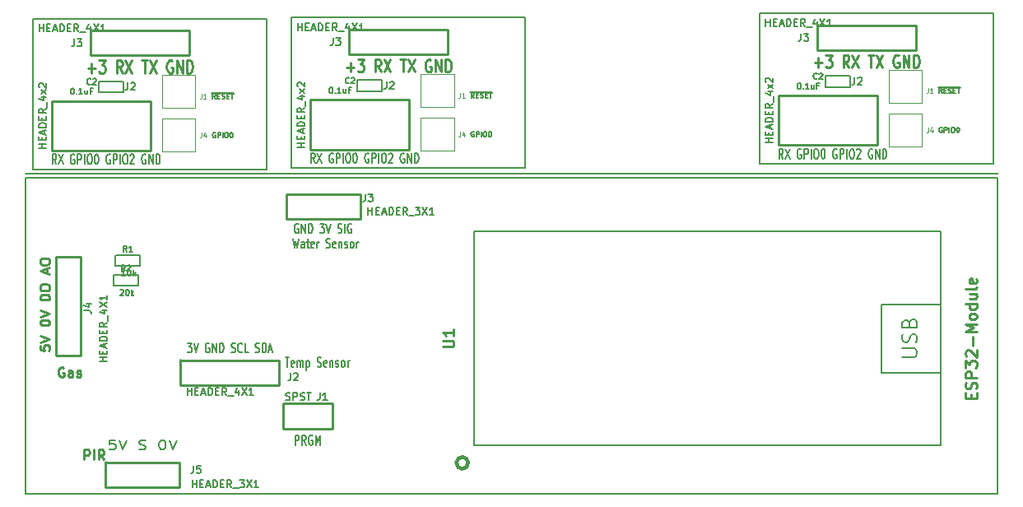
<source format=gbr>
G04 #@! TF.FileFunction,Legend,Top*
%FSLAX46Y46*%
G04 Gerber Fmt 4.6, Leading zero omitted, Abs format (unit mm)*
G04 Created by KiCad (PCBNEW 4.0.7) date 03/28/19 16:01:04*
%MOMM*%
%LPD*%
G01*
G04 APERTURE LIST*
%ADD10C,0.050000*%
%ADD11C,0.200000*%
%ADD12C,0.250000*%
%ADD13C,0.175000*%
%ADD14C,0.050800*%
%ADD15C,0.254000*%
%ADD16C,0.127000*%
%ADD17C,0.400000*%
%ADD18C,0.112500*%
%ADD19C,0.190500*%
%ADD20C,0.150000*%
%ADD21C,0.285750*%
%ADD22C,0.284480*%
G04 APERTURE END LIST*
D10*
D11*
X186000000Y-120050000D02*
X186000000Y-119950000D01*
X85950000Y-120050000D02*
X186000000Y-120050000D01*
D12*
X167142857Y-108642857D02*
X167904762Y-108642857D01*
X167523810Y-109138095D02*
X167523810Y-108147619D01*
X168285714Y-107838095D02*
X168904762Y-107838095D01*
X168571428Y-108333333D01*
X168714286Y-108333333D01*
X168809524Y-108395238D01*
X168857143Y-108457143D01*
X168904762Y-108580952D01*
X168904762Y-108890476D01*
X168857143Y-109014286D01*
X168809524Y-109076190D01*
X168714286Y-109138095D01*
X168428571Y-109138095D01*
X168333333Y-109076190D01*
X168285714Y-109014286D01*
X170666667Y-109138095D02*
X170333333Y-108519048D01*
X170095238Y-109138095D02*
X170095238Y-107838095D01*
X170476191Y-107838095D01*
X170571429Y-107900000D01*
X170619048Y-107961905D01*
X170666667Y-108085714D01*
X170666667Y-108271429D01*
X170619048Y-108395238D01*
X170571429Y-108457143D01*
X170476191Y-108519048D01*
X170095238Y-108519048D01*
X171000000Y-107838095D02*
X171666667Y-109138095D01*
X171666667Y-107838095D02*
X171000000Y-109138095D01*
X172666667Y-107838095D02*
X173238096Y-107838095D01*
X172952381Y-109138095D02*
X172952381Y-107838095D01*
X173476191Y-107838095D02*
X174142858Y-109138095D01*
X174142858Y-107838095D02*
X173476191Y-109138095D01*
X175809525Y-107900000D02*
X175714287Y-107838095D01*
X175571430Y-107838095D01*
X175428572Y-107900000D01*
X175333334Y-108023810D01*
X175285715Y-108147619D01*
X175238096Y-108395238D01*
X175238096Y-108580952D01*
X175285715Y-108828571D01*
X175333334Y-108952381D01*
X175428572Y-109076190D01*
X175571430Y-109138095D01*
X175666668Y-109138095D01*
X175809525Y-109076190D01*
X175857144Y-109014286D01*
X175857144Y-108580952D01*
X175666668Y-108580952D01*
X176285715Y-109138095D02*
X176285715Y-107838095D01*
X176857144Y-109138095D01*
X176857144Y-107838095D01*
X177333334Y-109138095D02*
X177333334Y-107838095D01*
X177571429Y-107838095D01*
X177714287Y-107900000D01*
X177809525Y-108023810D01*
X177857144Y-108147619D01*
X177904763Y-108395238D01*
X177904763Y-108580952D01*
X177857144Y-108828571D01*
X177809525Y-108952381D01*
X177714287Y-109076190D01*
X177571429Y-109138095D01*
X177333334Y-109138095D01*
D13*
X163883335Y-118502381D02*
X163650001Y-118026190D01*
X163483335Y-118502381D02*
X163483335Y-117502381D01*
X163750001Y-117502381D01*
X163816668Y-117550000D01*
X163850001Y-117597619D01*
X163883335Y-117692857D01*
X163883335Y-117835714D01*
X163850001Y-117930952D01*
X163816668Y-117978571D01*
X163750001Y-118026190D01*
X163483335Y-118026190D01*
X164116668Y-117502381D02*
X164583335Y-118502381D01*
X164583335Y-117502381D02*
X164116668Y-118502381D01*
X165750001Y-117550000D02*
X165683335Y-117502381D01*
X165583335Y-117502381D01*
X165483335Y-117550000D01*
X165416668Y-117645238D01*
X165383335Y-117740476D01*
X165350001Y-117930952D01*
X165350001Y-118073810D01*
X165383335Y-118264286D01*
X165416668Y-118359524D01*
X165483335Y-118454762D01*
X165583335Y-118502381D01*
X165650001Y-118502381D01*
X165750001Y-118454762D01*
X165783335Y-118407143D01*
X165783335Y-118073810D01*
X165650001Y-118073810D01*
X166083335Y-118502381D02*
X166083335Y-117502381D01*
X166350001Y-117502381D01*
X166416668Y-117550000D01*
X166450001Y-117597619D01*
X166483335Y-117692857D01*
X166483335Y-117835714D01*
X166450001Y-117930952D01*
X166416668Y-117978571D01*
X166350001Y-118026190D01*
X166083335Y-118026190D01*
X166783335Y-118502381D02*
X166783335Y-117502381D01*
X167250001Y-117502381D02*
X167383334Y-117502381D01*
X167450001Y-117550000D01*
X167516668Y-117645238D01*
X167550001Y-117835714D01*
X167550001Y-118169048D01*
X167516668Y-118359524D01*
X167450001Y-118454762D01*
X167383334Y-118502381D01*
X167250001Y-118502381D01*
X167183334Y-118454762D01*
X167116668Y-118359524D01*
X167083334Y-118169048D01*
X167083334Y-117835714D01*
X167116668Y-117645238D01*
X167183334Y-117550000D01*
X167250001Y-117502381D01*
X167983334Y-117502381D02*
X168050001Y-117502381D01*
X168116667Y-117550000D01*
X168150001Y-117597619D01*
X168183334Y-117692857D01*
X168216667Y-117883333D01*
X168216667Y-118121429D01*
X168183334Y-118311905D01*
X168150001Y-118407143D01*
X168116667Y-118454762D01*
X168050001Y-118502381D01*
X167983334Y-118502381D01*
X167916667Y-118454762D01*
X167883334Y-118407143D01*
X167850001Y-118311905D01*
X167816667Y-118121429D01*
X167816667Y-117883333D01*
X167850001Y-117692857D01*
X167883334Y-117597619D01*
X167916667Y-117550000D01*
X167983334Y-117502381D01*
X169416667Y-117550000D02*
X169350001Y-117502381D01*
X169250001Y-117502381D01*
X169150001Y-117550000D01*
X169083334Y-117645238D01*
X169050001Y-117740476D01*
X169016667Y-117930952D01*
X169016667Y-118073810D01*
X169050001Y-118264286D01*
X169083334Y-118359524D01*
X169150001Y-118454762D01*
X169250001Y-118502381D01*
X169316667Y-118502381D01*
X169416667Y-118454762D01*
X169450001Y-118407143D01*
X169450001Y-118073810D01*
X169316667Y-118073810D01*
X169750001Y-118502381D02*
X169750001Y-117502381D01*
X170016667Y-117502381D01*
X170083334Y-117550000D01*
X170116667Y-117597619D01*
X170150001Y-117692857D01*
X170150001Y-117835714D01*
X170116667Y-117930952D01*
X170083334Y-117978571D01*
X170016667Y-118026190D01*
X169750001Y-118026190D01*
X170450001Y-118502381D02*
X170450001Y-117502381D01*
X170916667Y-117502381D02*
X171050000Y-117502381D01*
X171116667Y-117550000D01*
X171183334Y-117645238D01*
X171216667Y-117835714D01*
X171216667Y-118169048D01*
X171183334Y-118359524D01*
X171116667Y-118454762D01*
X171050000Y-118502381D01*
X170916667Y-118502381D01*
X170850000Y-118454762D01*
X170783334Y-118359524D01*
X170750000Y-118169048D01*
X170750000Y-117835714D01*
X170783334Y-117645238D01*
X170850000Y-117550000D01*
X170916667Y-117502381D01*
X171483333Y-117597619D02*
X171516667Y-117550000D01*
X171583333Y-117502381D01*
X171750000Y-117502381D01*
X171816667Y-117550000D01*
X171850000Y-117597619D01*
X171883333Y-117692857D01*
X171883333Y-117788095D01*
X171850000Y-117930952D01*
X171450000Y-118502381D01*
X171883333Y-118502381D01*
X173083333Y-117550000D02*
X173016667Y-117502381D01*
X172916667Y-117502381D01*
X172816667Y-117550000D01*
X172750000Y-117645238D01*
X172716667Y-117740476D01*
X172683333Y-117930952D01*
X172683333Y-118073810D01*
X172716667Y-118264286D01*
X172750000Y-118359524D01*
X172816667Y-118454762D01*
X172916667Y-118502381D01*
X172983333Y-118502381D01*
X173083333Y-118454762D01*
X173116667Y-118407143D01*
X173116667Y-118073810D01*
X172983333Y-118073810D01*
X173416667Y-118502381D02*
X173416667Y-117502381D01*
X173816667Y-118502381D01*
X173816667Y-117502381D01*
X174150000Y-118502381D02*
X174150000Y-117502381D01*
X174316666Y-117502381D01*
X174416666Y-117550000D01*
X174483333Y-117645238D01*
X174516666Y-117740476D01*
X174550000Y-117930952D01*
X174550000Y-118073810D01*
X174516666Y-118264286D01*
X174483333Y-118359524D01*
X174416666Y-118454762D01*
X174316666Y-118502381D01*
X174150000Y-118502381D01*
D11*
X161500000Y-103550000D02*
X161500000Y-119050000D01*
X161500000Y-119050000D02*
X185500000Y-119050000D01*
X185500000Y-119050000D02*
X185500000Y-103550000D01*
X185500000Y-103550000D02*
X161500000Y-103550000D01*
D12*
X118992857Y-109092857D02*
X119754762Y-109092857D01*
X119373810Y-109588095D02*
X119373810Y-108597619D01*
X120135714Y-108288095D02*
X120754762Y-108288095D01*
X120421428Y-108783333D01*
X120564286Y-108783333D01*
X120659524Y-108845238D01*
X120707143Y-108907143D01*
X120754762Y-109030952D01*
X120754762Y-109340476D01*
X120707143Y-109464286D01*
X120659524Y-109526190D01*
X120564286Y-109588095D01*
X120278571Y-109588095D01*
X120183333Y-109526190D01*
X120135714Y-109464286D01*
X122516667Y-109588095D02*
X122183333Y-108969048D01*
X121945238Y-109588095D02*
X121945238Y-108288095D01*
X122326191Y-108288095D01*
X122421429Y-108350000D01*
X122469048Y-108411905D01*
X122516667Y-108535714D01*
X122516667Y-108721429D01*
X122469048Y-108845238D01*
X122421429Y-108907143D01*
X122326191Y-108969048D01*
X121945238Y-108969048D01*
X122850000Y-108288095D02*
X123516667Y-109588095D01*
X123516667Y-108288095D02*
X122850000Y-109588095D01*
X124516667Y-108288095D02*
X125088096Y-108288095D01*
X124802381Y-109588095D02*
X124802381Y-108288095D01*
X125326191Y-108288095D02*
X125992858Y-109588095D01*
X125992858Y-108288095D02*
X125326191Y-109588095D01*
X127659525Y-108350000D02*
X127564287Y-108288095D01*
X127421430Y-108288095D01*
X127278572Y-108350000D01*
X127183334Y-108473810D01*
X127135715Y-108597619D01*
X127088096Y-108845238D01*
X127088096Y-109030952D01*
X127135715Y-109278571D01*
X127183334Y-109402381D01*
X127278572Y-109526190D01*
X127421430Y-109588095D01*
X127516668Y-109588095D01*
X127659525Y-109526190D01*
X127707144Y-109464286D01*
X127707144Y-109030952D01*
X127516668Y-109030952D01*
X128135715Y-109588095D02*
X128135715Y-108288095D01*
X128707144Y-109588095D01*
X128707144Y-108288095D01*
X129183334Y-109588095D02*
X129183334Y-108288095D01*
X129421429Y-108288095D01*
X129564287Y-108350000D01*
X129659525Y-108473810D01*
X129707144Y-108597619D01*
X129754763Y-108845238D01*
X129754763Y-109030952D01*
X129707144Y-109278571D01*
X129659525Y-109402381D01*
X129564287Y-109526190D01*
X129421429Y-109588095D01*
X129183334Y-109588095D01*
D13*
X115733335Y-118952381D02*
X115500001Y-118476190D01*
X115333335Y-118952381D02*
X115333335Y-117952381D01*
X115600001Y-117952381D01*
X115666668Y-118000000D01*
X115700001Y-118047619D01*
X115733335Y-118142857D01*
X115733335Y-118285714D01*
X115700001Y-118380952D01*
X115666668Y-118428571D01*
X115600001Y-118476190D01*
X115333335Y-118476190D01*
X115966668Y-117952381D02*
X116433335Y-118952381D01*
X116433335Y-117952381D02*
X115966668Y-118952381D01*
X117600001Y-118000000D02*
X117533335Y-117952381D01*
X117433335Y-117952381D01*
X117333335Y-118000000D01*
X117266668Y-118095238D01*
X117233335Y-118190476D01*
X117200001Y-118380952D01*
X117200001Y-118523810D01*
X117233335Y-118714286D01*
X117266668Y-118809524D01*
X117333335Y-118904762D01*
X117433335Y-118952381D01*
X117500001Y-118952381D01*
X117600001Y-118904762D01*
X117633335Y-118857143D01*
X117633335Y-118523810D01*
X117500001Y-118523810D01*
X117933335Y-118952381D02*
X117933335Y-117952381D01*
X118200001Y-117952381D01*
X118266668Y-118000000D01*
X118300001Y-118047619D01*
X118333335Y-118142857D01*
X118333335Y-118285714D01*
X118300001Y-118380952D01*
X118266668Y-118428571D01*
X118200001Y-118476190D01*
X117933335Y-118476190D01*
X118633335Y-118952381D02*
X118633335Y-117952381D01*
X119100001Y-117952381D02*
X119233334Y-117952381D01*
X119300001Y-118000000D01*
X119366668Y-118095238D01*
X119400001Y-118285714D01*
X119400001Y-118619048D01*
X119366668Y-118809524D01*
X119300001Y-118904762D01*
X119233334Y-118952381D01*
X119100001Y-118952381D01*
X119033334Y-118904762D01*
X118966668Y-118809524D01*
X118933334Y-118619048D01*
X118933334Y-118285714D01*
X118966668Y-118095238D01*
X119033334Y-118000000D01*
X119100001Y-117952381D01*
X119833334Y-117952381D02*
X119900001Y-117952381D01*
X119966667Y-118000000D01*
X120000001Y-118047619D01*
X120033334Y-118142857D01*
X120066667Y-118333333D01*
X120066667Y-118571429D01*
X120033334Y-118761905D01*
X120000001Y-118857143D01*
X119966667Y-118904762D01*
X119900001Y-118952381D01*
X119833334Y-118952381D01*
X119766667Y-118904762D01*
X119733334Y-118857143D01*
X119700001Y-118761905D01*
X119666667Y-118571429D01*
X119666667Y-118333333D01*
X119700001Y-118142857D01*
X119733334Y-118047619D01*
X119766667Y-118000000D01*
X119833334Y-117952381D01*
X121266667Y-118000000D02*
X121200001Y-117952381D01*
X121100001Y-117952381D01*
X121000001Y-118000000D01*
X120933334Y-118095238D01*
X120900001Y-118190476D01*
X120866667Y-118380952D01*
X120866667Y-118523810D01*
X120900001Y-118714286D01*
X120933334Y-118809524D01*
X121000001Y-118904762D01*
X121100001Y-118952381D01*
X121166667Y-118952381D01*
X121266667Y-118904762D01*
X121300001Y-118857143D01*
X121300001Y-118523810D01*
X121166667Y-118523810D01*
X121600001Y-118952381D02*
X121600001Y-117952381D01*
X121866667Y-117952381D01*
X121933334Y-118000000D01*
X121966667Y-118047619D01*
X122000001Y-118142857D01*
X122000001Y-118285714D01*
X121966667Y-118380952D01*
X121933334Y-118428571D01*
X121866667Y-118476190D01*
X121600001Y-118476190D01*
X122300001Y-118952381D02*
X122300001Y-117952381D01*
X122766667Y-117952381D02*
X122900000Y-117952381D01*
X122966667Y-118000000D01*
X123033334Y-118095238D01*
X123066667Y-118285714D01*
X123066667Y-118619048D01*
X123033334Y-118809524D01*
X122966667Y-118904762D01*
X122900000Y-118952381D01*
X122766667Y-118952381D01*
X122700000Y-118904762D01*
X122633334Y-118809524D01*
X122600000Y-118619048D01*
X122600000Y-118285714D01*
X122633334Y-118095238D01*
X122700000Y-118000000D01*
X122766667Y-117952381D01*
X123333333Y-118047619D02*
X123366667Y-118000000D01*
X123433333Y-117952381D01*
X123600000Y-117952381D01*
X123666667Y-118000000D01*
X123700000Y-118047619D01*
X123733333Y-118142857D01*
X123733333Y-118238095D01*
X123700000Y-118380952D01*
X123300000Y-118952381D01*
X123733333Y-118952381D01*
X124933333Y-118000000D02*
X124866667Y-117952381D01*
X124766667Y-117952381D01*
X124666667Y-118000000D01*
X124600000Y-118095238D01*
X124566667Y-118190476D01*
X124533333Y-118380952D01*
X124533333Y-118523810D01*
X124566667Y-118714286D01*
X124600000Y-118809524D01*
X124666667Y-118904762D01*
X124766667Y-118952381D01*
X124833333Y-118952381D01*
X124933333Y-118904762D01*
X124966667Y-118857143D01*
X124966667Y-118523810D01*
X124833333Y-118523810D01*
X125266667Y-118952381D02*
X125266667Y-117952381D01*
X125666667Y-118952381D01*
X125666667Y-117952381D01*
X126000000Y-118952381D02*
X126000000Y-117952381D01*
X126166666Y-117952381D01*
X126266666Y-118000000D01*
X126333333Y-118095238D01*
X126366666Y-118190476D01*
X126400000Y-118380952D01*
X126400000Y-118523810D01*
X126366666Y-118714286D01*
X126333333Y-118809524D01*
X126266666Y-118904762D01*
X126166666Y-118952381D01*
X126000000Y-118952381D01*
D11*
X113350000Y-104000000D02*
X113350000Y-119500000D01*
X113350000Y-119500000D02*
X137350000Y-119500000D01*
X137350000Y-119500000D02*
X137350000Y-104000000D01*
X137350000Y-104000000D02*
X113350000Y-104000000D01*
X86000000Y-120500000D02*
X86000000Y-153000000D01*
X186000000Y-120500000D02*
X86000000Y-120500000D01*
X186000000Y-153000000D02*
X186000000Y-120500000D01*
X86000000Y-153000000D02*
X186000000Y-153000000D01*
D12*
X87452381Y-137714286D02*
X87452381Y-138190477D01*
X87928571Y-138238096D01*
X87880952Y-138190477D01*
X87833333Y-138095239D01*
X87833333Y-137857143D01*
X87880952Y-137761905D01*
X87928571Y-137714286D01*
X88023810Y-137666667D01*
X88261905Y-137666667D01*
X88357143Y-137714286D01*
X88404762Y-137761905D01*
X88452381Y-137857143D01*
X88452381Y-138095239D01*
X88404762Y-138190477D01*
X88357143Y-138238096D01*
X87452381Y-137380953D02*
X88452381Y-137047620D01*
X87452381Y-136714286D01*
X87452381Y-135428572D02*
X87452381Y-135333333D01*
X87500000Y-135238095D01*
X87547619Y-135190476D01*
X87642857Y-135142857D01*
X87833333Y-135095238D01*
X88071429Y-135095238D01*
X88261905Y-135142857D01*
X88357143Y-135190476D01*
X88404762Y-135238095D01*
X88452381Y-135333333D01*
X88452381Y-135428572D01*
X88404762Y-135523810D01*
X88357143Y-135571429D01*
X88261905Y-135619048D01*
X88071429Y-135666667D01*
X87833333Y-135666667D01*
X87642857Y-135619048D01*
X87547619Y-135571429D01*
X87500000Y-135523810D01*
X87452381Y-135428572D01*
X87452381Y-134809524D02*
X88452381Y-134476191D01*
X87452381Y-134142857D01*
X88452381Y-133047619D02*
X87452381Y-133047619D01*
X87452381Y-132809524D01*
X87500000Y-132666666D01*
X87595238Y-132571428D01*
X87690476Y-132523809D01*
X87880952Y-132476190D01*
X88023810Y-132476190D01*
X88214286Y-132523809D01*
X88309524Y-132571428D01*
X88404762Y-132666666D01*
X88452381Y-132809524D01*
X88452381Y-133047619D01*
X87452381Y-131857143D02*
X87452381Y-131666666D01*
X87500000Y-131571428D01*
X87595238Y-131476190D01*
X87785714Y-131428571D01*
X88119048Y-131428571D01*
X88309524Y-131476190D01*
X88404762Y-131571428D01*
X88452381Y-131666666D01*
X88452381Y-131857143D01*
X88404762Y-131952381D01*
X88309524Y-132047619D01*
X88119048Y-132095238D01*
X87785714Y-132095238D01*
X87595238Y-132047619D01*
X87500000Y-131952381D01*
X87452381Y-131857143D01*
X88166667Y-130285714D02*
X88166667Y-129809523D01*
X88452381Y-130380952D02*
X87452381Y-130047619D01*
X88452381Y-129714285D01*
X87452381Y-129190476D02*
X87452381Y-128999999D01*
X87500000Y-128904761D01*
X87595238Y-128809523D01*
X87785714Y-128761904D01*
X88119048Y-128761904D01*
X88309524Y-128809523D01*
X88404762Y-128904761D01*
X88452381Y-128999999D01*
X88452381Y-129190476D01*
X88404762Y-129285714D01*
X88309524Y-129380952D01*
X88119048Y-129428571D01*
X87785714Y-129428571D01*
X87595238Y-129380952D01*
X87500000Y-129285714D01*
X87452381Y-129190476D01*
X89904762Y-140000000D02*
X89809524Y-139952381D01*
X89666667Y-139952381D01*
X89523809Y-140000000D01*
X89428571Y-140095238D01*
X89380952Y-140190476D01*
X89333333Y-140380952D01*
X89333333Y-140523810D01*
X89380952Y-140714286D01*
X89428571Y-140809524D01*
X89523809Y-140904762D01*
X89666667Y-140952381D01*
X89761905Y-140952381D01*
X89904762Y-140904762D01*
X89952381Y-140857143D01*
X89952381Y-140523810D01*
X89761905Y-140523810D01*
X90809524Y-140952381D02*
X90809524Y-140428571D01*
X90761905Y-140333333D01*
X90666667Y-140285714D01*
X90476190Y-140285714D01*
X90380952Y-140333333D01*
X90809524Y-140904762D02*
X90714286Y-140952381D01*
X90476190Y-140952381D01*
X90380952Y-140904762D01*
X90333333Y-140809524D01*
X90333333Y-140714286D01*
X90380952Y-140619048D01*
X90476190Y-140571429D01*
X90714286Y-140571429D01*
X90809524Y-140523810D01*
X91238095Y-140904762D02*
X91333333Y-140952381D01*
X91523809Y-140952381D01*
X91619048Y-140904762D01*
X91666667Y-140809524D01*
X91666667Y-140761905D01*
X91619048Y-140666667D01*
X91523809Y-140619048D01*
X91380952Y-140619048D01*
X91285714Y-140571429D01*
X91238095Y-140476190D01*
X91238095Y-140428571D01*
X91285714Y-140333333D01*
X91380952Y-140285714D01*
X91523809Y-140285714D01*
X91619048Y-140333333D01*
D13*
X95200001Y-147452381D02*
X94628572Y-147452381D01*
X94571429Y-147928571D01*
X94628572Y-147880952D01*
X94742858Y-147833333D01*
X95028572Y-147833333D01*
X95142858Y-147880952D01*
X95200001Y-147928571D01*
X95257144Y-148023810D01*
X95257144Y-148261905D01*
X95200001Y-148357143D01*
X95142858Y-148404762D01*
X95028572Y-148452381D01*
X94742858Y-148452381D01*
X94628572Y-148404762D01*
X94571429Y-148357143D01*
X95600001Y-147452381D02*
X96000001Y-148452381D01*
X96400001Y-147452381D01*
X97657143Y-148404762D02*
X97828572Y-148452381D01*
X98114286Y-148452381D01*
X98228572Y-148404762D01*
X98285715Y-148357143D01*
X98342858Y-148261905D01*
X98342858Y-148166667D01*
X98285715Y-148071429D01*
X98228572Y-148023810D01*
X98114286Y-147976190D01*
X97885715Y-147928571D01*
X97771429Y-147880952D01*
X97714286Y-147833333D01*
X97657143Y-147738095D01*
X97657143Y-147642857D01*
X97714286Y-147547619D01*
X97771429Y-147500000D01*
X97885715Y-147452381D01*
X98171429Y-147452381D01*
X98342858Y-147500000D01*
X100000001Y-147452381D02*
X100114286Y-147452381D01*
X100228572Y-147500000D01*
X100285715Y-147547619D01*
X100342858Y-147642857D01*
X100400001Y-147833333D01*
X100400001Y-148071429D01*
X100342858Y-148261905D01*
X100285715Y-148357143D01*
X100228572Y-148404762D01*
X100114286Y-148452381D01*
X100000001Y-148452381D01*
X99885715Y-148404762D01*
X99828572Y-148357143D01*
X99771429Y-148261905D01*
X99714286Y-148071429D01*
X99714286Y-147833333D01*
X99771429Y-147642857D01*
X99828572Y-147547619D01*
X99885715Y-147500000D01*
X100000001Y-147452381D01*
X100742858Y-147452381D02*
X101142858Y-148452381D01*
X101542858Y-147452381D01*
D12*
X92000000Y-149452381D02*
X92000000Y-148452381D01*
X92380953Y-148452381D01*
X92476191Y-148500000D01*
X92523810Y-148547619D01*
X92571429Y-148642857D01*
X92571429Y-148785714D01*
X92523810Y-148880952D01*
X92476191Y-148928571D01*
X92380953Y-148976190D01*
X92000000Y-148976190D01*
X93000000Y-149452381D02*
X93000000Y-148452381D01*
X94047619Y-149452381D02*
X93714285Y-148976190D01*
X93476190Y-149452381D02*
X93476190Y-148452381D01*
X93857143Y-148452381D01*
X93952381Y-148500000D01*
X94000000Y-148547619D01*
X94047619Y-148642857D01*
X94047619Y-148785714D01*
X94000000Y-148880952D01*
X93952381Y-148928571D01*
X93857143Y-148976190D01*
X93476190Y-148976190D01*
D13*
X112683335Y-138952381D02*
X113083335Y-138952381D01*
X112883335Y-139952381D02*
X112883335Y-138952381D01*
X113583334Y-139904762D02*
X113516668Y-139952381D01*
X113383334Y-139952381D01*
X113316668Y-139904762D01*
X113283334Y-139809524D01*
X113283334Y-139428571D01*
X113316668Y-139333333D01*
X113383334Y-139285714D01*
X113516668Y-139285714D01*
X113583334Y-139333333D01*
X113616668Y-139428571D01*
X113616668Y-139523810D01*
X113283334Y-139619048D01*
X113916668Y-139952381D02*
X113916668Y-139285714D01*
X113916668Y-139380952D02*
X113950001Y-139333333D01*
X114016668Y-139285714D01*
X114116668Y-139285714D01*
X114183334Y-139333333D01*
X114216668Y-139428571D01*
X114216668Y-139952381D01*
X114216668Y-139428571D02*
X114250001Y-139333333D01*
X114316668Y-139285714D01*
X114416668Y-139285714D01*
X114483334Y-139333333D01*
X114516668Y-139428571D01*
X114516668Y-139952381D01*
X114850001Y-139285714D02*
X114850001Y-140285714D01*
X114850001Y-139333333D02*
X114916667Y-139285714D01*
X115050001Y-139285714D01*
X115116667Y-139333333D01*
X115150001Y-139380952D01*
X115183334Y-139476190D01*
X115183334Y-139761905D01*
X115150001Y-139857143D01*
X115116667Y-139904762D01*
X115050001Y-139952381D01*
X114916667Y-139952381D01*
X114850001Y-139904762D01*
X115983333Y-139904762D02*
X116083333Y-139952381D01*
X116250000Y-139952381D01*
X116316667Y-139904762D01*
X116350000Y-139857143D01*
X116383333Y-139761905D01*
X116383333Y-139666667D01*
X116350000Y-139571429D01*
X116316667Y-139523810D01*
X116250000Y-139476190D01*
X116116667Y-139428571D01*
X116050000Y-139380952D01*
X116016667Y-139333333D01*
X115983333Y-139238095D01*
X115983333Y-139142857D01*
X116016667Y-139047619D01*
X116050000Y-139000000D01*
X116116667Y-138952381D01*
X116283333Y-138952381D01*
X116383333Y-139000000D01*
X116950000Y-139904762D02*
X116883334Y-139952381D01*
X116750000Y-139952381D01*
X116683334Y-139904762D01*
X116650000Y-139809524D01*
X116650000Y-139428571D01*
X116683334Y-139333333D01*
X116750000Y-139285714D01*
X116883334Y-139285714D01*
X116950000Y-139333333D01*
X116983334Y-139428571D01*
X116983334Y-139523810D01*
X116650000Y-139619048D01*
X117283334Y-139285714D02*
X117283334Y-139952381D01*
X117283334Y-139380952D02*
X117316667Y-139333333D01*
X117383334Y-139285714D01*
X117483334Y-139285714D01*
X117550000Y-139333333D01*
X117583334Y-139428571D01*
X117583334Y-139952381D01*
X117883333Y-139904762D02*
X117950000Y-139952381D01*
X118083333Y-139952381D01*
X118150000Y-139904762D01*
X118183333Y-139809524D01*
X118183333Y-139761905D01*
X118150000Y-139666667D01*
X118083333Y-139619048D01*
X117983333Y-139619048D01*
X117916667Y-139571429D01*
X117883333Y-139476190D01*
X117883333Y-139428571D01*
X117916667Y-139333333D01*
X117983333Y-139285714D01*
X118083333Y-139285714D01*
X118150000Y-139333333D01*
X118583334Y-139952381D02*
X118516667Y-139904762D01*
X118483334Y-139857143D01*
X118450000Y-139761905D01*
X118450000Y-139476190D01*
X118483334Y-139380952D01*
X118516667Y-139333333D01*
X118583334Y-139285714D01*
X118683334Y-139285714D01*
X118750000Y-139333333D01*
X118783334Y-139380952D01*
X118816667Y-139476190D01*
X118816667Y-139761905D01*
X118783334Y-139857143D01*
X118750000Y-139904762D01*
X118683334Y-139952381D01*
X118583334Y-139952381D01*
X119116667Y-139952381D02*
X119116667Y-139285714D01*
X119116667Y-139476190D02*
X119150000Y-139380952D01*
X119183333Y-139333333D01*
X119250000Y-139285714D01*
X119316667Y-139285714D01*
X113473334Y-126706381D02*
X113640001Y-127706381D01*
X113773334Y-126992095D01*
X113906667Y-127706381D01*
X114073334Y-126706381D01*
X114640001Y-127706381D02*
X114640001Y-127182571D01*
X114606667Y-127087333D01*
X114540001Y-127039714D01*
X114406667Y-127039714D01*
X114340001Y-127087333D01*
X114640001Y-127658762D02*
X114573334Y-127706381D01*
X114406667Y-127706381D01*
X114340001Y-127658762D01*
X114306667Y-127563524D01*
X114306667Y-127468286D01*
X114340001Y-127373048D01*
X114406667Y-127325429D01*
X114573334Y-127325429D01*
X114640001Y-127277810D01*
X114873334Y-127039714D02*
X115140000Y-127039714D01*
X114973334Y-126706381D02*
X114973334Y-127563524D01*
X115006667Y-127658762D01*
X115073334Y-127706381D01*
X115140000Y-127706381D01*
X115640000Y-127658762D02*
X115573334Y-127706381D01*
X115440000Y-127706381D01*
X115373334Y-127658762D01*
X115340000Y-127563524D01*
X115340000Y-127182571D01*
X115373334Y-127087333D01*
X115440000Y-127039714D01*
X115573334Y-127039714D01*
X115640000Y-127087333D01*
X115673334Y-127182571D01*
X115673334Y-127277810D01*
X115340000Y-127373048D01*
X115973334Y-127706381D02*
X115973334Y-127039714D01*
X115973334Y-127230190D02*
X116006667Y-127134952D01*
X116040000Y-127087333D01*
X116106667Y-127039714D01*
X116173334Y-127039714D01*
X116906666Y-127658762D02*
X117006666Y-127706381D01*
X117173333Y-127706381D01*
X117240000Y-127658762D01*
X117273333Y-127611143D01*
X117306666Y-127515905D01*
X117306666Y-127420667D01*
X117273333Y-127325429D01*
X117240000Y-127277810D01*
X117173333Y-127230190D01*
X117040000Y-127182571D01*
X116973333Y-127134952D01*
X116940000Y-127087333D01*
X116906666Y-126992095D01*
X116906666Y-126896857D01*
X116940000Y-126801619D01*
X116973333Y-126754000D01*
X117040000Y-126706381D01*
X117206666Y-126706381D01*
X117306666Y-126754000D01*
X117873333Y-127658762D02*
X117806667Y-127706381D01*
X117673333Y-127706381D01*
X117606667Y-127658762D01*
X117573333Y-127563524D01*
X117573333Y-127182571D01*
X117606667Y-127087333D01*
X117673333Y-127039714D01*
X117806667Y-127039714D01*
X117873333Y-127087333D01*
X117906667Y-127182571D01*
X117906667Y-127277810D01*
X117573333Y-127373048D01*
X118206667Y-127039714D02*
X118206667Y-127706381D01*
X118206667Y-127134952D02*
X118240000Y-127087333D01*
X118306667Y-127039714D01*
X118406667Y-127039714D01*
X118473333Y-127087333D01*
X118506667Y-127182571D01*
X118506667Y-127706381D01*
X118806666Y-127658762D02*
X118873333Y-127706381D01*
X119006666Y-127706381D01*
X119073333Y-127658762D01*
X119106666Y-127563524D01*
X119106666Y-127515905D01*
X119073333Y-127420667D01*
X119006666Y-127373048D01*
X118906666Y-127373048D01*
X118840000Y-127325429D01*
X118806666Y-127230190D01*
X118806666Y-127182571D01*
X118840000Y-127087333D01*
X118906666Y-127039714D01*
X119006666Y-127039714D01*
X119073333Y-127087333D01*
X119506667Y-127706381D02*
X119440000Y-127658762D01*
X119406667Y-127611143D01*
X119373333Y-127515905D01*
X119373333Y-127230190D01*
X119406667Y-127134952D01*
X119440000Y-127087333D01*
X119506667Y-127039714D01*
X119606667Y-127039714D01*
X119673333Y-127087333D01*
X119706667Y-127134952D01*
X119740000Y-127230190D01*
X119740000Y-127515905D01*
X119706667Y-127611143D01*
X119673333Y-127658762D01*
X119606667Y-127706381D01*
X119506667Y-127706381D01*
X120040000Y-127706381D02*
X120040000Y-127039714D01*
X120040000Y-127230190D02*
X120073333Y-127134952D01*
X120106666Y-127087333D01*
X120173333Y-127039714D01*
X120240000Y-127039714D01*
X114036000Y-125230000D02*
X113969334Y-125182381D01*
X113869334Y-125182381D01*
X113769334Y-125230000D01*
X113702667Y-125325238D01*
X113669334Y-125420476D01*
X113636000Y-125610952D01*
X113636000Y-125753810D01*
X113669334Y-125944286D01*
X113702667Y-126039524D01*
X113769334Y-126134762D01*
X113869334Y-126182381D01*
X113936000Y-126182381D01*
X114036000Y-126134762D01*
X114069334Y-126087143D01*
X114069334Y-125753810D01*
X113936000Y-125753810D01*
X114369334Y-126182381D02*
X114369334Y-125182381D01*
X114769334Y-126182381D01*
X114769334Y-125182381D01*
X115102667Y-126182381D02*
X115102667Y-125182381D01*
X115269333Y-125182381D01*
X115369333Y-125230000D01*
X115436000Y-125325238D01*
X115469333Y-125420476D01*
X115502667Y-125610952D01*
X115502667Y-125753810D01*
X115469333Y-125944286D01*
X115436000Y-126039524D01*
X115369333Y-126134762D01*
X115269333Y-126182381D01*
X115102667Y-126182381D01*
X116269333Y-125182381D02*
X116702666Y-125182381D01*
X116469333Y-125563333D01*
X116569333Y-125563333D01*
X116636000Y-125610952D01*
X116669333Y-125658571D01*
X116702666Y-125753810D01*
X116702666Y-125991905D01*
X116669333Y-126087143D01*
X116636000Y-126134762D01*
X116569333Y-126182381D01*
X116369333Y-126182381D01*
X116302666Y-126134762D01*
X116269333Y-126087143D01*
X116902667Y-125182381D02*
X117136000Y-126182381D01*
X117369333Y-125182381D01*
X118102666Y-126134762D02*
X118202666Y-126182381D01*
X118369333Y-126182381D01*
X118436000Y-126134762D01*
X118469333Y-126087143D01*
X118502666Y-125991905D01*
X118502666Y-125896667D01*
X118469333Y-125801429D01*
X118436000Y-125753810D01*
X118369333Y-125706190D01*
X118236000Y-125658571D01*
X118169333Y-125610952D01*
X118136000Y-125563333D01*
X118102666Y-125468095D01*
X118102666Y-125372857D01*
X118136000Y-125277619D01*
X118169333Y-125230000D01*
X118236000Y-125182381D01*
X118402666Y-125182381D01*
X118502666Y-125230000D01*
X118802667Y-126182381D02*
X118802667Y-125182381D01*
X119502666Y-125230000D02*
X119436000Y-125182381D01*
X119336000Y-125182381D01*
X119236000Y-125230000D01*
X119169333Y-125325238D01*
X119136000Y-125420476D01*
X119102666Y-125610952D01*
X119102666Y-125753810D01*
X119136000Y-125944286D01*
X119169333Y-126039524D01*
X119236000Y-126134762D01*
X119336000Y-126182381D01*
X119402666Y-126182381D01*
X119502666Y-126134762D01*
X119536000Y-126087143D01*
X119536000Y-125753810D01*
X119402666Y-125753810D01*
X113716667Y-147952381D02*
X113716667Y-146952381D01*
X113983333Y-146952381D01*
X114050000Y-147000000D01*
X114083333Y-147047619D01*
X114116667Y-147142857D01*
X114116667Y-147285714D01*
X114083333Y-147380952D01*
X114050000Y-147428571D01*
X113983333Y-147476190D01*
X113716667Y-147476190D01*
X114816667Y-147952381D02*
X114583333Y-147476190D01*
X114416667Y-147952381D02*
X114416667Y-146952381D01*
X114683333Y-146952381D01*
X114750000Y-147000000D01*
X114783333Y-147047619D01*
X114816667Y-147142857D01*
X114816667Y-147285714D01*
X114783333Y-147380952D01*
X114750000Y-147428571D01*
X114683333Y-147476190D01*
X114416667Y-147476190D01*
X115483333Y-147000000D02*
X115416667Y-146952381D01*
X115316667Y-146952381D01*
X115216667Y-147000000D01*
X115150000Y-147095238D01*
X115116667Y-147190476D01*
X115083333Y-147380952D01*
X115083333Y-147523810D01*
X115116667Y-147714286D01*
X115150000Y-147809524D01*
X115216667Y-147904762D01*
X115316667Y-147952381D01*
X115383333Y-147952381D01*
X115483333Y-147904762D01*
X115516667Y-147857143D01*
X115516667Y-147523810D01*
X115383333Y-147523810D01*
X115816667Y-147952381D02*
X115816667Y-146952381D01*
X116050000Y-147666667D01*
X116283333Y-146952381D01*
X116283333Y-147952381D01*
X102650000Y-137452381D02*
X103083333Y-137452381D01*
X102850000Y-137833333D01*
X102950000Y-137833333D01*
X103016667Y-137880952D01*
X103050000Y-137928571D01*
X103083333Y-138023810D01*
X103083333Y-138261905D01*
X103050000Y-138357143D01*
X103016667Y-138404762D01*
X102950000Y-138452381D01*
X102750000Y-138452381D01*
X102683333Y-138404762D01*
X102650000Y-138357143D01*
X103283334Y-137452381D02*
X103516667Y-138452381D01*
X103750000Y-137452381D01*
X104883333Y-137500000D02*
X104816667Y-137452381D01*
X104716667Y-137452381D01*
X104616667Y-137500000D01*
X104550000Y-137595238D01*
X104516667Y-137690476D01*
X104483333Y-137880952D01*
X104483333Y-138023810D01*
X104516667Y-138214286D01*
X104550000Y-138309524D01*
X104616667Y-138404762D01*
X104716667Y-138452381D01*
X104783333Y-138452381D01*
X104883333Y-138404762D01*
X104916667Y-138357143D01*
X104916667Y-138023810D01*
X104783333Y-138023810D01*
X105216667Y-138452381D02*
X105216667Y-137452381D01*
X105616667Y-138452381D01*
X105616667Y-137452381D01*
X105950000Y-138452381D02*
X105950000Y-137452381D01*
X106116666Y-137452381D01*
X106216666Y-137500000D01*
X106283333Y-137595238D01*
X106316666Y-137690476D01*
X106350000Y-137880952D01*
X106350000Y-138023810D01*
X106316666Y-138214286D01*
X106283333Y-138309524D01*
X106216666Y-138404762D01*
X106116666Y-138452381D01*
X105950000Y-138452381D01*
X107149999Y-138404762D02*
X107249999Y-138452381D01*
X107416666Y-138452381D01*
X107483333Y-138404762D01*
X107516666Y-138357143D01*
X107549999Y-138261905D01*
X107549999Y-138166667D01*
X107516666Y-138071429D01*
X107483333Y-138023810D01*
X107416666Y-137976190D01*
X107283333Y-137928571D01*
X107216666Y-137880952D01*
X107183333Y-137833333D01*
X107149999Y-137738095D01*
X107149999Y-137642857D01*
X107183333Y-137547619D01*
X107216666Y-137500000D01*
X107283333Y-137452381D01*
X107449999Y-137452381D01*
X107549999Y-137500000D01*
X108250000Y-138357143D02*
X108216666Y-138404762D01*
X108116666Y-138452381D01*
X108050000Y-138452381D01*
X107950000Y-138404762D01*
X107883333Y-138309524D01*
X107850000Y-138214286D01*
X107816666Y-138023810D01*
X107816666Y-137880952D01*
X107850000Y-137690476D01*
X107883333Y-137595238D01*
X107950000Y-137500000D01*
X108050000Y-137452381D01*
X108116666Y-137452381D01*
X108216666Y-137500000D01*
X108250000Y-137547619D01*
X108883333Y-138452381D02*
X108550000Y-138452381D01*
X108550000Y-137452381D01*
X109616666Y-138404762D02*
X109716666Y-138452381D01*
X109883333Y-138452381D01*
X109950000Y-138404762D01*
X109983333Y-138357143D01*
X110016666Y-138261905D01*
X110016666Y-138166667D01*
X109983333Y-138071429D01*
X109950000Y-138023810D01*
X109883333Y-137976190D01*
X109750000Y-137928571D01*
X109683333Y-137880952D01*
X109650000Y-137833333D01*
X109616666Y-137738095D01*
X109616666Y-137642857D01*
X109650000Y-137547619D01*
X109683333Y-137500000D01*
X109750000Y-137452381D01*
X109916666Y-137452381D01*
X110016666Y-137500000D01*
X110316667Y-138452381D02*
X110316667Y-137452381D01*
X110483333Y-137452381D01*
X110583333Y-137500000D01*
X110650000Y-137595238D01*
X110683333Y-137690476D01*
X110716667Y-137880952D01*
X110716667Y-138023810D01*
X110683333Y-138214286D01*
X110650000Y-138309524D01*
X110583333Y-138404762D01*
X110483333Y-138452381D01*
X110316667Y-138452381D01*
X110983333Y-138166667D02*
X111316667Y-138166667D01*
X110916667Y-138452381D02*
X111150000Y-137452381D01*
X111383333Y-138452381D01*
D11*
X110750000Y-104100000D02*
X86750000Y-104100000D01*
X110750000Y-119600000D02*
X110750000Y-104100000D01*
X86750000Y-119600000D02*
X110750000Y-119600000D01*
X86750000Y-104100000D02*
X86750000Y-119600000D01*
D13*
X89133335Y-119052381D02*
X88900001Y-118576190D01*
X88733335Y-119052381D02*
X88733335Y-118052381D01*
X89000001Y-118052381D01*
X89066668Y-118100000D01*
X89100001Y-118147619D01*
X89133335Y-118242857D01*
X89133335Y-118385714D01*
X89100001Y-118480952D01*
X89066668Y-118528571D01*
X89000001Y-118576190D01*
X88733335Y-118576190D01*
X89366668Y-118052381D02*
X89833335Y-119052381D01*
X89833335Y-118052381D02*
X89366668Y-119052381D01*
X91000001Y-118100000D02*
X90933335Y-118052381D01*
X90833335Y-118052381D01*
X90733335Y-118100000D01*
X90666668Y-118195238D01*
X90633335Y-118290476D01*
X90600001Y-118480952D01*
X90600001Y-118623810D01*
X90633335Y-118814286D01*
X90666668Y-118909524D01*
X90733335Y-119004762D01*
X90833335Y-119052381D01*
X90900001Y-119052381D01*
X91000001Y-119004762D01*
X91033335Y-118957143D01*
X91033335Y-118623810D01*
X90900001Y-118623810D01*
X91333335Y-119052381D02*
X91333335Y-118052381D01*
X91600001Y-118052381D01*
X91666668Y-118100000D01*
X91700001Y-118147619D01*
X91733335Y-118242857D01*
X91733335Y-118385714D01*
X91700001Y-118480952D01*
X91666668Y-118528571D01*
X91600001Y-118576190D01*
X91333335Y-118576190D01*
X92033335Y-119052381D02*
X92033335Y-118052381D01*
X92500001Y-118052381D02*
X92633334Y-118052381D01*
X92700001Y-118100000D01*
X92766668Y-118195238D01*
X92800001Y-118385714D01*
X92800001Y-118719048D01*
X92766668Y-118909524D01*
X92700001Y-119004762D01*
X92633334Y-119052381D01*
X92500001Y-119052381D01*
X92433334Y-119004762D01*
X92366668Y-118909524D01*
X92333334Y-118719048D01*
X92333334Y-118385714D01*
X92366668Y-118195238D01*
X92433334Y-118100000D01*
X92500001Y-118052381D01*
X93233334Y-118052381D02*
X93300001Y-118052381D01*
X93366667Y-118100000D01*
X93400001Y-118147619D01*
X93433334Y-118242857D01*
X93466667Y-118433333D01*
X93466667Y-118671429D01*
X93433334Y-118861905D01*
X93400001Y-118957143D01*
X93366667Y-119004762D01*
X93300001Y-119052381D01*
X93233334Y-119052381D01*
X93166667Y-119004762D01*
X93133334Y-118957143D01*
X93100001Y-118861905D01*
X93066667Y-118671429D01*
X93066667Y-118433333D01*
X93100001Y-118242857D01*
X93133334Y-118147619D01*
X93166667Y-118100000D01*
X93233334Y-118052381D01*
X94666667Y-118100000D02*
X94600001Y-118052381D01*
X94500001Y-118052381D01*
X94400001Y-118100000D01*
X94333334Y-118195238D01*
X94300001Y-118290476D01*
X94266667Y-118480952D01*
X94266667Y-118623810D01*
X94300001Y-118814286D01*
X94333334Y-118909524D01*
X94400001Y-119004762D01*
X94500001Y-119052381D01*
X94566667Y-119052381D01*
X94666667Y-119004762D01*
X94700001Y-118957143D01*
X94700001Y-118623810D01*
X94566667Y-118623810D01*
X95000001Y-119052381D02*
X95000001Y-118052381D01*
X95266667Y-118052381D01*
X95333334Y-118100000D01*
X95366667Y-118147619D01*
X95400001Y-118242857D01*
X95400001Y-118385714D01*
X95366667Y-118480952D01*
X95333334Y-118528571D01*
X95266667Y-118576190D01*
X95000001Y-118576190D01*
X95700001Y-119052381D02*
X95700001Y-118052381D01*
X96166667Y-118052381D02*
X96300000Y-118052381D01*
X96366667Y-118100000D01*
X96433334Y-118195238D01*
X96466667Y-118385714D01*
X96466667Y-118719048D01*
X96433334Y-118909524D01*
X96366667Y-119004762D01*
X96300000Y-119052381D01*
X96166667Y-119052381D01*
X96100000Y-119004762D01*
X96033334Y-118909524D01*
X96000000Y-118719048D01*
X96000000Y-118385714D01*
X96033334Y-118195238D01*
X96100000Y-118100000D01*
X96166667Y-118052381D01*
X96733333Y-118147619D02*
X96766667Y-118100000D01*
X96833333Y-118052381D01*
X97000000Y-118052381D01*
X97066667Y-118100000D01*
X97100000Y-118147619D01*
X97133333Y-118242857D01*
X97133333Y-118338095D01*
X97100000Y-118480952D01*
X96700000Y-119052381D01*
X97133333Y-119052381D01*
X98333333Y-118100000D02*
X98266667Y-118052381D01*
X98166667Y-118052381D01*
X98066667Y-118100000D01*
X98000000Y-118195238D01*
X97966667Y-118290476D01*
X97933333Y-118480952D01*
X97933333Y-118623810D01*
X97966667Y-118814286D01*
X98000000Y-118909524D01*
X98066667Y-119004762D01*
X98166667Y-119052381D01*
X98233333Y-119052381D01*
X98333333Y-119004762D01*
X98366667Y-118957143D01*
X98366667Y-118623810D01*
X98233333Y-118623810D01*
X98666667Y-119052381D02*
X98666667Y-118052381D01*
X99066667Y-119052381D01*
X99066667Y-118052381D01*
X99400000Y-119052381D02*
X99400000Y-118052381D01*
X99566666Y-118052381D01*
X99666666Y-118100000D01*
X99733333Y-118195238D01*
X99766666Y-118290476D01*
X99800000Y-118480952D01*
X99800000Y-118623810D01*
X99766666Y-118814286D01*
X99733333Y-118909524D01*
X99666666Y-119004762D01*
X99566666Y-119052381D01*
X99400000Y-119052381D01*
D12*
X92392857Y-109192857D02*
X93154762Y-109192857D01*
X92773810Y-109688095D02*
X92773810Y-108697619D01*
X93535714Y-108388095D02*
X94154762Y-108388095D01*
X93821428Y-108883333D01*
X93964286Y-108883333D01*
X94059524Y-108945238D01*
X94107143Y-109007143D01*
X94154762Y-109130952D01*
X94154762Y-109440476D01*
X94107143Y-109564286D01*
X94059524Y-109626190D01*
X93964286Y-109688095D01*
X93678571Y-109688095D01*
X93583333Y-109626190D01*
X93535714Y-109564286D01*
X95916667Y-109688095D02*
X95583333Y-109069048D01*
X95345238Y-109688095D02*
X95345238Y-108388095D01*
X95726191Y-108388095D01*
X95821429Y-108450000D01*
X95869048Y-108511905D01*
X95916667Y-108635714D01*
X95916667Y-108821429D01*
X95869048Y-108945238D01*
X95821429Y-109007143D01*
X95726191Y-109069048D01*
X95345238Y-109069048D01*
X96250000Y-108388095D02*
X96916667Y-109688095D01*
X96916667Y-108388095D02*
X96250000Y-109688095D01*
X97916667Y-108388095D02*
X98488096Y-108388095D01*
X98202381Y-109688095D02*
X98202381Y-108388095D01*
X98726191Y-108388095D02*
X99392858Y-109688095D01*
X99392858Y-108388095D02*
X98726191Y-109688095D01*
X101059525Y-108450000D02*
X100964287Y-108388095D01*
X100821430Y-108388095D01*
X100678572Y-108450000D01*
X100583334Y-108573810D01*
X100535715Y-108697619D01*
X100488096Y-108945238D01*
X100488096Y-109130952D01*
X100535715Y-109378571D01*
X100583334Y-109502381D01*
X100678572Y-109626190D01*
X100821430Y-109688095D01*
X100916668Y-109688095D01*
X101059525Y-109626190D01*
X101107144Y-109564286D01*
X101107144Y-109130952D01*
X100916668Y-109130952D01*
X101535715Y-109688095D02*
X101535715Y-108388095D01*
X102107144Y-109688095D01*
X102107144Y-108388095D01*
X102583334Y-109688095D02*
X102583334Y-108388095D01*
X102821429Y-108388095D01*
X102964287Y-108450000D01*
X103059525Y-108573810D01*
X103107144Y-108697619D01*
X103154763Y-108945238D01*
X103154763Y-109130952D01*
X103107144Y-109378571D01*
X103059525Y-109502381D01*
X102964287Y-109626190D01*
X102821429Y-109688095D01*
X102583334Y-109688095D01*
D14*
X178200000Y-117250000D02*
X174800000Y-117250000D01*
X178200000Y-113850000D02*
X174800000Y-113850000D01*
X178200000Y-113850000D02*
X178200000Y-117250000D01*
X174800000Y-117250000D02*
X174800000Y-113850000D01*
X174800000Y-109350000D02*
X178200000Y-109350000D01*
X174800000Y-112750000D02*
X178200000Y-112750000D01*
X174800000Y-112750000D02*
X174800000Y-109350000D01*
X178200000Y-109350000D02*
X178200000Y-112750000D01*
D15*
X173580000Y-112010000D02*
X163420000Y-112010000D01*
X173580000Y-112010000D02*
X173580000Y-117090000D01*
X173580000Y-117105240D02*
X163420000Y-117105240D01*
X163420000Y-117090000D02*
X163420000Y-112010000D01*
X177580000Y-104780000D02*
X167420000Y-104780000D01*
X177580000Y-104780000D02*
X177580000Y-107320000D01*
X177580000Y-107335240D02*
X167420000Y-107335240D01*
X167420000Y-107335240D02*
X167420000Y-104774920D01*
D16*
X168250000Y-109980000D02*
X170750000Y-109980000D01*
X170770000Y-109980000D02*
X170770000Y-111120000D01*
X170750000Y-111120000D02*
X168250000Y-111120000D01*
X168230000Y-111120000D02*
X168230000Y-109980000D01*
D14*
X130050000Y-117700000D02*
X126650000Y-117700000D01*
X130050000Y-114300000D02*
X126650000Y-114300000D01*
X130050000Y-114300000D02*
X130050000Y-117700000D01*
X126650000Y-117700000D02*
X126650000Y-114300000D01*
X126650000Y-109800000D02*
X130050000Y-109800000D01*
X126650000Y-113200000D02*
X130050000Y-113200000D01*
X126650000Y-113200000D02*
X126650000Y-109800000D01*
X130050000Y-109800000D02*
X130050000Y-113200000D01*
D15*
X125430000Y-112460000D02*
X115270000Y-112460000D01*
X125430000Y-112460000D02*
X125430000Y-117540000D01*
X125430000Y-117555240D02*
X115270000Y-117555240D01*
X115270000Y-117540000D02*
X115270000Y-112460000D01*
X129430000Y-105230000D02*
X119270000Y-105230000D01*
X129430000Y-105230000D02*
X129430000Y-107770000D01*
X129430000Y-107785240D02*
X119270000Y-107785240D01*
X119270000Y-107785240D02*
X119270000Y-105224920D01*
D16*
X120100000Y-110430000D02*
X122600000Y-110430000D01*
X122620000Y-110430000D02*
X122620000Y-111570000D01*
X122600000Y-111570000D02*
X120100000Y-111570000D01*
X120080000Y-111570000D02*
X120080000Y-110430000D01*
D15*
X112500000Y-146270000D02*
X117500000Y-146270000D01*
X112480000Y-146270000D02*
X112480000Y-143730000D01*
X112500000Y-143714760D02*
X117500000Y-143714760D01*
X117535240Y-143714760D02*
X117535240Y-146275080D01*
X120396000Y-122174000D02*
X112776000Y-122174000D01*
X120396000Y-122174000D02*
X120396000Y-124714000D01*
X120396000Y-124729240D02*
X112776000Y-124729240D01*
X112776000Y-124729240D02*
X112776000Y-122168920D01*
X101810000Y-149730000D02*
X94190000Y-149730000D01*
X101810000Y-149730000D02*
X101810000Y-152270000D01*
X101810000Y-152285240D02*
X94190000Y-152285240D01*
X94190000Y-152285240D02*
X94190000Y-149724920D01*
D16*
X95230000Y-128430000D02*
X95230000Y-129570000D01*
X97770000Y-128430000D02*
X97770000Y-129570000D01*
X95250000Y-128430000D02*
X97750000Y-128430000D01*
X97750000Y-129570000D02*
X95250000Y-129570000D01*
X95030000Y-130430000D02*
X95030000Y-131570000D01*
X97570000Y-130430000D02*
X97570000Y-131570000D01*
X95050000Y-130430000D02*
X97550000Y-130430000D01*
X97550000Y-131570000D02*
X95050000Y-131570000D01*
D15*
X112080000Y-139230000D02*
X101920000Y-139230000D01*
X112080000Y-139230000D02*
X112080000Y-141770000D01*
X112080000Y-141785240D02*
X101920000Y-141785240D01*
X101920000Y-141785240D02*
X101920000Y-139224920D01*
X91670000Y-138780000D02*
X91670000Y-128620000D01*
X91670000Y-138780000D02*
X89130000Y-138780000D01*
X89114760Y-138780000D02*
X89114760Y-128620000D01*
X89114760Y-128620000D02*
X91675080Y-128620000D01*
D11*
X180000000Y-133500000D02*
X174000000Y-133500000D01*
X174000000Y-133500000D02*
X174000000Y-140500000D01*
X174000000Y-140500000D02*
X180000000Y-140500000D01*
D17*
X131500000Y-149800000D02*
G75*
G03X131500000Y-149800000I-600000J0D01*
G01*
D11*
X132100000Y-126000000D02*
X180100000Y-126000000D01*
X180100000Y-126000000D02*
X180100000Y-148000000D01*
X180100000Y-148000000D02*
X132100000Y-148000000D01*
X132100000Y-148000000D02*
X132100000Y-126000000D01*
D16*
X93500000Y-110530000D02*
X96000000Y-110530000D01*
X96020000Y-110530000D02*
X96020000Y-111670000D01*
X96000000Y-111670000D02*
X93500000Y-111670000D01*
X93480000Y-111670000D02*
X93480000Y-110530000D01*
D15*
X102830000Y-105330000D02*
X92670000Y-105330000D01*
X102830000Y-105330000D02*
X102830000Y-107870000D01*
X102830000Y-107885240D02*
X92670000Y-107885240D01*
X92670000Y-107885240D02*
X92670000Y-105324920D01*
X98830000Y-112560000D02*
X88670000Y-112560000D01*
X98830000Y-112560000D02*
X98830000Y-117640000D01*
X98830000Y-117655240D02*
X88670000Y-117655240D01*
X88670000Y-117640000D02*
X88670000Y-112560000D01*
D14*
X100050000Y-109900000D02*
X103450000Y-109900000D01*
X100050000Y-113300000D02*
X103450000Y-113300000D01*
X100050000Y-113300000D02*
X100050000Y-109900000D01*
X103450000Y-109900000D02*
X103450000Y-113300000D01*
X103450000Y-117800000D02*
X100050000Y-117800000D01*
X103450000Y-114400000D02*
X100050000Y-114400000D01*
X103450000Y-114400000D02*
X103450000Y-117800000D01*
X100050000Y-117800000D02*
X100050000Y-114400000D01*
D18*
X178850000Y-115271810D02*
X178850000Y-115634667D01*
X178828572Y-115707238D01*
X178785715Y-115755619D01*
X178721429Y-115779810D01*
X178678572Y-115779810D01*
X179257143Y-115441143D02*
X179257143Y-115779810D01*
X179150000Y-115247619D02*
X179042857Y-115610476D01*
X179321429Y-115610476D01*
D16*
X180250096Y-115296000D02*
X180201715Y-115271810D01*
X180129143Y-115271810D01*
X180056572Y-115296000D01*
X180008191Y-115344381D01*
X179984000Y-115392762D01*
X179959810Y-115489524D01*
X179959810Y-115562095D01*
X179984000Y-115658857D01*
X180008191Y-115707238D01*
X180056572Y-115755619D01*
X180129143Y-115779810D01*
X180177524Y-115779810D01*
X180250096Y-115755619D01*
X180274286Y-115731429D01*
X180274286Y-115562095D01*
X180177524Y-115562095D01*
X180492000Y-115779810D02*
X180492000Y-115271810D01*
X180685524Y-115271810D01*
X180733905Y-115296000D01*
X180758096Y-115320190D01*
X180782286Y-115368571D01*
X180782286Y-115441143D01*
X180758096Y-115489524D01*
X180733905Y-115513714D01*
X180685524Y-115537905D01*
X180492000Y-115537905D01*
X181000000Y-115779810D02*
X181000000Y-115271810D01*
X181338667Y-115271810D02*
X181435429Y-115271810D01*
X181483810Y-115296000D01*
X181532191Y-115344381D01*
X181556382Y-115441143D01*
X181556382Y-115610476D01*
X181532191Y-115707238D01*
X181483810Y-115755619D01*
X181435429Y-115779810D01*
X181338667Y-115779810D01*
X181290286Y-115755619D01*
X181241905Y-115707238D01*
X181217715Y-115610476D01*
X181217715Y-115441143D01*
X181241905Y-115344381D01*
X181290286Y-115296000D01*
X181338667Y-115271810D01*
X181870857Y-115271810D02*
X181919238Y-115271810D01*
X181967619Y-115296000D01*
X181991810Y-115320190D01*
X182016000Y-115368571D01*
X182040191Y-115465333D01*
X182040191Y-115586286D01*
X182016000Y-115683048D01*
X181991810Y-115731429D01*
X181967619Y-115755619D01*
X181919238Y-115779810D01*
X181870857Y-115779810D01*
X181822476Y-115755619D01*
X181798286Y-115731429D01*
X181774095Y-115683048D01*
X181749905Y-115586286D01*
X181749905Y-115465333D01*
X181774095Y-115368571D01*
X181798286Y-115320190D01*
X181822476Y-115296000D01*
X181870857Y-115271810D01*
D18*
X178850000Y-111271810D02*
X178850000Y-111634667D01*
X178828572Y-111707238D01*
X178785715Y-111755619D01*
X178721429Y-111779810D01*
X178678572Y-111779810D01*
X179300000Y-111779810D02*
X179042857Y-111779810D01*
X179171429Y-111779810D02*
X179171429Y-111271810D01*
X179128572Y-111344381D01*
X179085714Y-111392762D01*
X179042857Y-111416952D01*
D16*
X180262190Y-111779810D02*
X180092857Y-111537905D01*
X179971904Y-111779810D02*
X179971904Y-111271810D01*
X180165428Y-111271810D01*
X180213809Y-111296000D01*
X180238000Y-111320190D01*
X180262190Y-111368571D01*
X180262190Y-111441143D01*
X180238000Y-111489524D01*
X180213809Y-111513714D01*
X180165428Y-111537905D01*
X179971904Y-111537905D01*
X180479904Y-111513714D02*
X180649238Y-111513714D01*
X180721809Y-111779810D02*
X180479904Y-111779810D01*
X180479904Y-111271810D01*
X180721809Y-111271810D01*
X180915333Y-111755619D02*
X180987904Y-111779810D01*
X181108857Y-111779810D01*
X181157238Y-111755619D01*
X181181428Y-111731429D01*
X181205619Y-111683048D01*
X181205619Y-111634667D01*
X181181428Y-111586286D01*
X181157238Y-111562095D01*
X181108857Y-111537905D01*
X181012095Y-111513714D01*
X180963714Y-111489524D01*
X180939523Y-111465333D01*
X180915333Y-111416952D01*
X180915333Y-111368571D01*
X180939523Y-111320190D01*
X180963714Y-111296000D01*
X181012095Y-111271810D01*
X181133047Y-111271810D01*
X181205619Y-111296000D01*
X181423333Y-111513714D02*
X181592667Y-111513714D01*
X181665238Y-111779810D02*
X181423333Y-111779810D01*
X181423333Y-111271810D01*
X181665238Y-111271810D01*
X181810381Y-111271810D02*
X182100667Y-111271810D01*
X181955524Y-111779810D02*
X181955524Y-111271810D01*
X179850952Y-111184240D02*
X182149048Y-111184240D01*
D19*
X171246001Y-110132714D02*
X171246001Y-110677000D01*
X171209715Y-110785857D01*
X171137144Y-110858429D01*
X171028287Y-110894714D01*
X170955715Y-110894714D01*
X171572572Y-110205286D02*
X171608858Y-110169000D01*
X171681429Y-110132714D01*
X171862858Y-110132714D01*
X171935429Y-110169000D01*
X171971715Y-110205286D01*
X172008000Y-110277857D01*
X172008000Y-110350429D01*
X171971715Y-110459286D01*
X171536286Y-110894714D01*
X172008000Y-110894714D01*
X162844714Y-116870142D02*
X162082714Y-116870142D01*
X162445571Y-116870142D02*
X162445571Y-116434714D01*
X162844714Y-116434714D02*
X162082714Y-116434714D01*
X162445571Y-116071856D02*
X162445571Y-115817856D01*
X162844714Y-115708999D02*
X162844714Y-116071856D01*
X162082714Y-116071856D01*
X162082714Y-115708999D01*
X162627000Y-115418713D02*
X162627000Y-115055856D01*
X162844714Y-115491285D02*
X162082714Y-115237285D01*
X162844714Y-114983285D01*
X162844714Y-114729284D02*
X162082714Y-114729284D01*
X162082714Y-114547856D01*
X162119000Y-114438999D01*
X162191571Y-114366427D01*
X162264143Y-114330142D01*
X162409286Y-114293856D01*
X162518143Y-114293856D01*
X162663286Y-114330142D01*
X162735857Y-114366427D01*
X162808429Y-114438999D01*
X162844714Y-114547856D01*
X162844714Y-114729284D01*
X162445571Y-113967284D02*
X162445571Y-113713284D01*
X162844714Y-113604427D02*
X162844714Y-113967284D01*
X162082714Y-113967284D01*
X162082714Y-113604427D01*
X162844714Y-112842427D02*
X162481857Y-113096427D01*
X162844714Y-113277855D02*
X162082714Y-113277855D01*
X162082714Y-112987570D01*
X162119000Y-112914998D01*
X162155286Y-112878713D01*
X162227857Y-112842427D01*
X162336714Y-112842427D01*
X162409286Y-112878713D01*
X162445571Y-112914998D01*
X162481857Y-112987570D01*
X162481857Y-113277855D01*
X162917286Y-112697284D02*
X162917286Y-112116713D01*
X162336714Y-111608713D02*
X162844714Y-111608713D01*
X162046429Y-111790142D02*
X162590714Y-111971570D01*
X162590714Y-111499856D01*
X162844714Y-111282142D02*
X162336714Y-110882999D01*
X162336714Y-111282142D02*
X162844714Y-110882999D01*
X162155286Y-110628999D02*
X162119000Y-110592713D01*
X162082714Y-110520142D01*
X162082714Y-110338713D01*
X162119000Y-110266142D01*
X162155286Y-110229856D01*
X162227857Y-110193571D01*
X162300429Y-110193571D01*
X162409286Y-110229856D01*
X162844714Y-110665285D01*
X162844714Y-110193571D01*
X165746001Y-105632714D02*
X165746001Y-106177000D01*
X165709715Y-106285857D01*
X165637144Y-106358429D01*
X165528287Y-106394714D01*
X165455715Y-106394714D01*
X166036286Y-105632714D02*
X166508000Y-105632714D01*
X166254000Y-105923000D01*
X166362858Y-105923000D01*
X166435429Y-105959286D01*
X166471715Y-105995571D01*
X166508000Y-106068143D01*
X166508000Y-106249571D01*
X166471715Y-106322143D01*
X166435429Y-106358429D01*
X166362858Y-106394714D01*
X166145143Y-106394714D01*
X166072572Y-106358429D01*
X166036286Y-106322143D01*
X162125429Y-104894714D02*
X162125429Y-104132714D01*
X162125429Y-104495571D02*
X162560857Y-104495571D01*
X162560857Y-104894714D02*
X162560857Y-104132714D01*
X162923715Y-104495571D02*
X163177715Y-104495571D01*
X163286572Y-104894714D02*
X162923715Y-104894714D01*
X162923715Y-104132714D01*
X163286572Y-104132714D01*
X163576858Y-104677000D02*
X163939715Y-104677000D01*
X163504286Y-104894714D02*
X163758286Y-104132714D01*
X164012286Y-104894714D01*
X164266287Y-104894714D02*
X164266287Y-104132714D01*
X164447715Y-104132714D01*
X164556572Y-104169000D01*
X164629144Y-104241571D01*
X164665429Y-104314143D01*
X164701715Y-104459286D01*
X164701715Y-104568143D01*
X164665429Y-104713286D01*
X164629144Y-104785857D01*
X164556572Y-104858429D01*
X164447715Y-104894714D01*
X164266287Y-104894714D01*
X165028287Y-104495571D02*
X165282287Y-104495571D01*
X165391144Y-104894714D02*
X165028287Y-104894714D01*
X165028287Y-104132714D01*
X165391144Y-104132714D01*
X166153144Y-104894714D02*
X165899144Y-104531857D01*
X165717716Y-104894714D02*
X165717716Y-104132714D01*
X166008001Y-104132714D01*
X166080573Y-104169000D01*
X166116858Y-104205286D01*
X166153144Y-104277857D01*
X166153144Y-104386714D01*
X166116858Y-104459286D01*
X166080573Y-104495571D01*
X166008001Y-104531857D01*
X165717716Y-104531857D01*
X166298287Y-104967286D02*
X166878858Y-104967286D01*
X167386858Y-104386714D02*
X167386858Y-104894714D01*
X167205429Y-104096429D02*
X167024001Y-104640714D01*
X167495715Y-104640714D01*
X167713429Y-104132714D02*
X168221429Y-104894714D01*
X168221429Y-104132714D02*
X167713429Y-104894714D01*
X168910857Y-104894714D02*
X168475429Y-104894714D01*
X168693143Y-104894714D02*
X168693143Y-104132714D01*
X168620572Y-104241571D01*
X168548000Y-104314143D01*
X168475429Y-104350429D01*
D20*
X167400000Y-110264286D02*
X167371429Y-110292857D01*
X167285715Y-110321429D01*
X167228572Y-110321429D01*
X167142857Y-110292857D01*
X167085715Y-110235714D01*
X167057143Y-110178571D01*
X167028572Y-110064286D01*
X167028572Y-109978571D01*
X167057143Y-109864286D01*
X167085715Y-109807143D01*
X167142857Y-109750000D01*
X167228572Y-109721429D01*
X167285715Y-109721429D01*
X167371429Y-109750000D01*
X167400000Y-109778571D01*
X167628572Y-109778571D02*
X167657143Y-109750000D01*
X167714286Y-109721429D01*
X167857143Y-109721429D01*
X167914286Y-109750000D01*
X167942857Y-109778571D01*
X167971429Y-109835714D01*
X167971429Y-109892857D01*
X167942857Y-109978571D01*
X167600000Y-110321429D01*
X167971429Y-110321429D01*
X165514286Y-110721429D02*
X165571429Y-110721429D01*
X165628572Y-110750000D01*
X165657143Y-110778571D01*
X165685714Y-110835714D01*
X165714286Y-110950000D01*
X165714286Y-111092857D01*
X165685714Y-111207143D01*
X165657143Y-111264286D01*
X165628572Y-111292857D01*
X165571429Y-111321429D01*
X165514286Y-111321429D01*
X165457143Y-111292857D01*
X165428572Y-111264286D01*
X165400000Y-111207143D01*
X165371429Y-111092857D01*
X165371429Y-110950000D01*
X165400000Y-110835714D01*
X165428572Y-110778571D01*
X165457143Y-110750000D01*
X165514286Y-110721429D01*
X165971429Y-111264286D02*
X166000001Y-111292857D01*
X165971429Y-111321429D01*
X165942858Y-111292857D01*
X165971429Y-111264286D01*
X165971429Y-111321429D01*
X166571429Y-111321429D02*
X166228572Y-111321429D01*
X166400000Y-111321429D02*
X166400000Y-110721429D01*
X166342857Y-110807143D01*
X166285715Y-110864286D01*
X166228572Y-110892857D01*
X167085715Y-110921429D02*
X167085715Y-111321429D01*
X166828572Y-110921429D02*
X166828572Y-111235714D01*
X166857144Y-111292857D01*
X166914286Y-111321429D01*
X167000001Y-111321429D01*
X167057144Y-111292857D01*
X167085715Y-111264286D01*
X167571429Y-111007143D02*
X167371429Y-111007143D01*
X167371429Y-111321429D02*
X167371429Y-110721429D01*
X167657143Y-110721429D01*
D18*
X130700000Y-115721810D02*
X130700000Y-116084667D01*
X130678572Y-116157238D01*
X130635715Y-116205619D01*
X130571429Y-116229810D01*
X130528572Y-116229810D01*
X131107143Y-115891143D02*
X131107143Y-116229810D01*
X131000000Y-115697619D02*
X130892857Y-116060476D01*
X131171429Y-116060476D01*
D16*
X132100096Y-115746000D02*
X132051715Y-115721810D01*
X131979143Y-115721810D01*
X131906572Y-115746000D01*
X131858191Y-115794381D01*
X131834000Y-115842762D01*
X131809810Y-115939524D01*
X131809810Y-116012095D01*
X131834000Y-116108857D01*
X131858191Y-116157238D01*
X131906572Y-116205619D01*
X131979143Y-116229810D01*
X132027524Y-116229810D01*
X132100096Y-116205619D01*
X132124286Y-116181429D01*
X132124286Y-116012095D01*
X132027524Y-116012095D01*
X132342000Y-116229810D02*
X132342000Y-115721810D01*
X132535524Y-115721810D01*
X132583905Y-115746000D01*
X132608096Y-115770190D01*
X132632286Y-115818571D01*
X132632286Y-115891143D01*
X132608096Y-115939524D01*
X132583905Y-115963714D01*
X132535524Y-115987905D01*
X132342000Y-115987905D01*
X132850000Y-116229810D02*
X132850000Y-115721810D01*
X133188667Y-115721810D02*
X133285429Y-115721810D01*
X133333810Y-115746000D01*
X133382191Y-115794381D01*
X133406382Y-115891143D01*
X133406382Y-116060476D01*
X133382191Y-116157238D01*
X133333810Y-116205619D01*
X133285429Y-116229810D01*
X133188667Y-116229810D01*
X133140286Y-116205619D01*
X133091905Y-116157238D01*
X133067715Y-116060476D01*
X133067715Y-115891143D01*
X133091905Y-115794381D01*
X133140286Y-115746000D01*
X133188667Y-115721810D01*
X133720857Y-115721810D02*
X133769238Y-115721810D01*
X133817619Y-115746000D01*
X133841810Y-115770190D01*
X133866000Y-115818571D01*
X133890191Y-115915333D01*
X133890191Y-116036286D01*
X133866000Y-116133048D01*
X133841810Y-116181429D01*
X133817619Y-116205619D01*
X133769238Y-116229810D01*
X133720857Y-116229810D01*
X133672476Y-116205619D01*
X133648286Y-116181429D01*
X133624095Y-116133048D01*
X133599905Y-116036286D01*
X133599905Y-115915333D01*
X133624095Y-115818571D01*
X133648286Y-115770190D01*
X133672476Y-115746000D01*
X133720857Y-115721810D01*
D18*
X130700000Y-111721810D02*
X130700000Y-112084667D01*
X130678572Y-112157238D01*
X130635715Y-112205619D01*
X130571429Y-112229810D01*
X130528572Y-112229810D01*
X131150000Y-112229810D02*
X130892857Y-112229810D01*
X131021429Y-112229810D02*
X131021429Y-111721810D01*
X130978572Y-111794381D01*
X130935714Y-111842762D01*
X130892857Y-111866952D01*
D16*
X132112190Y-112229810D02*
X131942857Y-111987905D01*
X131821904Y-112229810D02*
X131821904Y-111721810D01*
X132015428Y-111721810D01*
X132063809Y-111746000D01*
X132088000Y-111770190D01*
X132112190Y-111818571D01*
X132112190Y-111891143D01*
X132088000Y-111939524D01*
X132063809Y-111963714D01*
X132015428Y-111987905D01*
X131821904Y-111987905D01*
X132329904Y-111963714D02*
X132499238Y-111963714D01*
X132571809Y-112229810D02*
X132329904Y-112229810D01*
X132329904Y-111721810D01*
X132571809Y-111721810D01*
X132765333Y-112205619D02*
X132837904Y-112229810D01*
X132958857Y-112229810D01*
X133007238Y-112205619D01*
X133031428Y-112181429D01*
X133055619Y-112133048D01*
X133055619Y-112084667D01*
X133031428Y-112036286D01*
X133007238Y-112012095D01*
X132958857Y-111987905D01*
X132862095Y-111963714D01*
X132813714Y-111939524D01*
X132789523Y-111915333D01*
X132765333Y-111866952D01*
X132765333Y-111818571D01*
X132789523Y-111770190D01*
X132813714Y-111746000D01*
X132862095Y-111721810D01*
X132983047Y-111721810D01*
X133055619Y-111746000D01*
X133273333Y-111963714D02*
X133442667Y-111963714D01*
X133515238Y-112229810D02*
X133273333Y-112229810D01*
X133273333Y-111721810D01*
X133515238Y-111721810D01*
X133660381Y-111721810D02*
X133950667Y-111721810D01*
X133805524Y-112229810D02*
X133805524Y-111721810D01*
X131700952Y-111634240D02*
X133999048Y-111634240D01*
D19*
X123096001Y-110582714D02*
X123096001Y-111127000D01*
X123059715Y-111235857D01*
X122987144Y-111308429D01*
X122878287Y-111344714D01*
X122805715Y-111344714D01*
X123422572Y-110655286D02*
X123458858Y-110619000D01*
X123531429Y-110582714D01*
X123712858Y-110582714D01*
X123785429Y-110619000D01*
X123821715Y-110655286D01*
X123858000Y-110727857D01*
X123858000Y-110800429D01*
X123821715Y-110909286D01*
X123386286Y-111344714D01*
X123858000Y-111344714D01*
X114694714Y-117320142D02*
X113932714Y-117320142D01*
X114295571Y-117320142D02*
X114295571Y-116884714D01*
X114694714Y-116884714D02*
X113932714Y-116884714D01*
X114295571Y-116521856D02*
X114295571Y-116267856D01*
X114694714Y-116158999D02*
X114694714Y-116521856D01*
X113932714Y-116521856D01*
X113932714Y-116158999D01*
X114477000Y-115868713D02*
X114477000Y-115505856D01*
X114694714Y-115941285D02*
X113932714Y-115687285D01*
X114694714Y-115433285D01*
X114694714Y-115179284D02*
X113932714Y-115179284D01*
X113932714Y-114997856D01*
X113969000Y-114888999D01*
X114041571Y-114816427D01*
X114114143Y-114780142D01*
X114259286Y-114743856D01*
X114368143Y-114743856D01*
X114513286Y-114780142D01*
X114585857Y-114816427D01*
X114658429Y-114888999D01*
X114694714Y-114997856D01*
X114694714Y-115179284D01*
X114295571Y-114417284D02*
X114295571Y-114163284D01*
X114694714Y-114054427D02*
X114694714Y-114417284D01*
X113932714Y-114417284D01*
X113932714Y-114054427D01*
X114694714Y-113292427D02*
X114331857Y-113546427D01*
X114694714Y-113727855D02*
X113932714Y-113727855D01*
X113932714Y-113437570D01*
X113969000Y-113364998D01*
X114005286Y-113328713D01*
X114077857Y-113292427D01*
X114186714Y-113292427D01*
X114259286Y-113328713D01*
X114295571Y-113364998D01*
X114331857Y-113437570D01*
X114331857Y-113727855D01*
X114767286Y-113147284D02*
X114767286Y-112566713D01*
X114186714Y-112058713D02*
X114694714Y-112058713D01*
X113896429Y-112240142D02*
X114440714Y-112421570D01*
X114440714Y-111949856D01*
X114694714Y-111732142D02*
X114186714Y-111332999D01*
X114186714Y-111732142D02*
X114694714Y-111332999D01*
X114005286Y-111078999D02*
X113969000Y-111042713D01*
X113932714Y-110970142D01*
X113932714Y-110788713D01*
X113969000Y-110716142D01*
X114005286Y-110679856D01*
X114077857Y-110643571D01*
X114150429Y-110643571D01*
X114259286Y-110679856D01*
X114694714Y-111115285D01*
X114694714Y-110643571D01*
X117596001Y-106082714D02*
X117596001Y-106627000D01*
X117559715Y-106735857D01*
X117487144Y-106808429D01*
X117378287Y-106844714D01*
X117305715Y-106844714D01*
X117886286Y-106082714D02*
X118358000Y-106082714D01*
X118104000Y-106373000D01*
X118212858Y-106373000D01*
X118285429Y-106409286D01*
X118321715Y-106445571D01*
X118358000Y-106518143D01*
X118358000Y-106699571D01*
X118321715Y-106772143D01*
X118285429Y-106808429D01*
X118212858Y-106844714D01*
X117995143Y-106844714D01*
X117922572Y-106808429D01*
X117886286Y-106772143D01*
X113975429Y-105344714D02*
X113975429Y-104582714D01*
X113975429Y-104945571D02*
X114410857Y-104945571D01*
X114410857Y-105344714D02*
X114410857Y-104582714D01*
X114773715Y-104945571D02*
X115027715Y-104945571D01*
X115136572Y-105344714D02*
X114773715Y-105344714D01*
X114773715Y-104582714D01*
X115136572Y-104582714D01*
X115426858Y-105127000D02*
X115789715Y-105127000D01*
X115354286Y-105344714D02*
X115608286Y-104582714D01*
X115862286Y-105344714D01*
X116116287Y-105344714D02*
X116116287Y-104582714D01*
X116297715Y-104582714D01*
X116406572Y-104619000D01*
X116479144Y-104691571D01*
X116515429Y-104764143D01*
X116551715Y-104909286D01*
X116551715Y-105018143D01*
X116515429Y-105163286D01*
X116479144Y-105235857D01*
X116406572Y-105308429D01*
X116297715Y-105344714D01*
X116116287Y-105344714D01*
X116878287Y-104945571D02*
X117132287Y-104945571D01*
X117241144Y-105344714D02*
X116878287Y-105344714D01*
X116878287Y-104582714D01*
X117241144Y-104582714D01*
X118003144Y-105344714D02*
X117749144Y-104981857D01*
X117567716Y-105344714D02*
X117567716Y-104582714D01*
X117858001Y-104582714D01*
X117930573Y-104619000D01*
X117966858Y-104655286D01*
X118003144Y-104727857D01*
X118003144Y-104836714D01*
X117966858Y-104909286D01*
X117930573Y-104945571D01*
X117858001Y-104981857D01*
X117567716Y-104981857D01*
X118148287Y-105417286D02*
X118728858Y-105417286D01*
X119236858Y-104836714D02*
X119236858Y-105344714D01*
X119055429Y-104546429D02*
X118874001Y-105090714D01*
X119345715Y-105090714D01*
X119563429Y-104582714D02*
X120071429Y-105344714D01*
X120071429Y-104582714D02*
X119563429Y-105344714D01*
X120760857Y-105344714D02*
X120325429Y-105344714D01*
X120543143Y-105344714D02*
X120543143Y-104582714D01*
X120470572Y-104691571D01*
X120398000Y-104764143D01*
X120325429Y-104800429D01*
D20*
X119250000Y-110714286D02*
X119221429Y-110742857D01*
X119135715Y-110771429D01*
X119078572Y-110771429D01*
X118992857Y-110742857D01*
X118935715Y-110685714D01*
X118907143Y-110628571D01*
X118878572Y-110514286D01*
X118878572Y-110428571D01*
X118907143Y-110314286D01*
X118935715Y-110257143D01*
X118992857Y-110200000D01*
X119078572Y-110171429D01*
X119135715Y-110171429D01*
X119221429Y-110200000D01*
X119250000Y-110228571D01*
X119478572Y-110228571D02*
X119507143Y-110200000D01*
X119564286Y-110171429D01*
X119707143Y-110171429D01*
X119764286Y-110200000D01*
X119792857Y-110228571D01*
X119821429Y-110285714D01*
X119821429Y-110342857D01*
X119792857Y-110428571D01*
X119450000Y-110771429D01*
X119821429Y-110771429D01*
X117364286Y-111171429D02*
X117421429Y-111171429D01*
X117478572Y-111200000D01*
X117507143Y-111228571D01*
X117535714Y-111285714D01*
X117564286Y-111400000D01*
X117564286Y-111542857D01*
X117535714Y-111657143D01*
X117507143Y-111714286D01*
X117478572Y-111742857D01*
X117421429Y-111771429D01*
X117364286Y-111771429D01*
X117307143Y-111742857D01*
X117278572Y-111714286D01*
X117250000Y-111657143D01*
X117221429Y-111542857D01*
X117221429Y-111400000D01*
X117250000Y-111285714D01*
X117278572Y-111228571D01*
X117307143Y-111200000D01*
X117364286Y-111171429D01*
X117821429Y-111714286D02*
X117850001Y-111742857D01*
X117821429Y-111771429D01*
X117792858Y-111742857D01*
X117821429Y-111714286D01*
X117821429Y-111771429D01*
X118421429Y-111771429D02*
X118078572Y-111771429D01*
X118250000Y-111771429D02*
X118250000Y-111171429D01*
X118192857Y-111257143D01*
X118135715Y-111314286D01*
X118078572Y-111342857D01*
X118935715Y-111371429D02*
X118935715Y-111771429D01*
X118678572Y-111371429D02*
X118678572Y-111685714D01*
X118707144Y-111742857D01*
X118764286Y-111771429D01*
X118850001Y-111771429D01*
X118907144Y-111742857D01*
X118935715Y-111714286D01*
X119421429Y-111457143D02*
X119221429Y-111457143D01*
X119221429Y-111771429D02*
X119221429Y-111171429D01*
X119507143Y-111171429D01*
D19*
X116246001Y-142582714D02*
X116246001Y-143127000D01*
X116209715Y-143235857D01*
X116137144Y-143308429D01*
X116028287Y-143344714D01*
X115955715Y-143344714D01*
X117008000Y-143344714D02*
X116572572Y-143344714D01*
X116790286Y-143344714D02*
X116790286Y-142582714D01*
X116717715Y-142691571D01*
X116645143Y-142764143D01*
X116572572Y-142800429D01*
X112748144Y-143308429D02*
X112857001Y-143344714D01*
X113038430Y-143344714D01*
X113111001Y-143308429D01*
X113147287Y-143272143D01*
X113183572Y-143199571D01*
X113183572Y-143127000D01*
X113147287Y-143054429D01*
X113111001Y-143018143D01*
X113038430Y-142981857D01*
X112893287Y-142945571D01*
X112820715Y-142909286D01*
X112784430Y-142873000D01*
X112748144Y-142800429D01*
X112748144Y-142727857D01*
X112784430Y-142655286D01*
X112820715Y-142619000D01*
X112893287Y-142582714D01*
X113074715Y-142582714D01*
X113183572Y-142619000D01*
X113510144Y-143344714D02*
X113510144Y-142582714D01*
X113800429Y-142582714D01*
X113873001Y-142619000D01*
X113909286Y-142655286D01*
X113945572Y-142727857D01*
X113945572Y-142836714D01*
X113909286Y-142909286D01*
X113873001Y-142945571D01*
X113800429Y-142981857D01*
X113510144Y-142981857D01*
X114235858Y-143308429D02*
X114344715Y-143344714D01*
X114526144Y-143344714D01*
X114598715Y-143308429D01*
X114635001Y-143272143D01*
X114671286Y-143199571D01*
X114671286Y-143127000D01*
X114635001Y-143054429D01*
X114598715Y-143018143D01*
X114526144Y-142981857D01*
X114381001Y-142945571D01*
X114308429Y-142909286D01*
X114272144Y-142873000D01*
X114235858Y-142800429D01*
X114235858Y-142727857D01*
X114272144Y-142655286D01*
X114308429Y-142619000D01*
X114381001Y-142582714D01*
X114562429Y-142582714D01*
X114671286Y-142619000D01*
X114889000Y-142582714D02*
X115324429Y-142582714D01*
X115106715Y-143344714D02*
X115106715Y-142582714D01*
X120932001Y-122126714D02*
X120932001Y-122671000D01*
X120895715Y-122779857D01*
X120823144Y-122852429D01*
X120714287Y-122888714D01*
X120641715Y-122888714D01*
X121222286Y-122126714D02*
X121694000Y-122126714D01*
X121440000Y-122417000D01*
X121548858Y-122417000D01*
X121621429Y-122453286D01*
X121657715Y-122489571D01*
X121694000Y-122562143D01*
X121694000Y-122743571D01*
X121657715Y-122816143D01*
X121621429Y-122852429D01*
X121548858Y-122888714D01*
X121331143Y-122888714D01*
X121258572Y-122852429D01*
X121222286Y-122816143D01*
X121211429Y-124288714D02*
X121211429Y-123526714D01*
X121211429Y-123889571D02*
X121646857Y-123889571D01*
X121646857Y-124288714D02*
X121646857Y-123526714D01*
X122009715Y-123889571D02*
X122263715Y-123889571D01*
X122372572Y-124288714D02*
X122009715Y-124288714D01*
X122009715Y-123526714D01*
X122372572Y-123526714D01*
X122662858Y-124071000D02*
X123025715Y-124071000D01*
X122590286Y-124288714D02*
X122844286Y-123526714D01*
X123098286Y-124288714D01*
X123352287Y-124288714D02*
X123352287Y-123526714D01*
X123533715Y-123526714D01*
X123642572Y-123563000D01*
X123715144Y-123635571D01*
X123751429Y-123708143D01*
X123787715Y-123853286D01*
X123787715Y-123962143D01*
X123751429Y-124107286D01*
X123715144Y-124179857D01*
X123642572Y-124252429D01*
X123533715Y-124288714D01*
X123352287Y-124288714D01*
X124114287Y-123889571D02*
X124368287Y-123889571D01*
X124477144Y-124288714D02*
X124114287Y-124288714D01*
X124114287Y-123526714D01*
X124477144Y-123526714D01*
X125239144Y-124288714D02*
X124985144Y-123925857D01*
X124803716Y-124288714D02*
X124803716Y-123526714D01*
X125094001Y-123526714D01*
X125166573Y-123563000D01*
X125202858Y-123599286D01*
X125239144Y-123671857D01*
X125239144Y-123780714D01*
X125202858Y-123853286D01*
X125166573Y-123889571D01*
X125094001Y-123925857D01*
X124803716Y-123925857D01*
X125384287Y-124361286D02*
X125964858Y-124361286D01*
X126073715Y-123526714D02*
X126545429Y-123526714D01*
X126291429Y-123817000D01*
X126400287Y-123817000D01*
X126472858Y-123853286D01*
X126509144Y-123889571D01*
X126545429Y-123962143D01*
X126545429Y-124143571D01*
X126509144Y-124216143D01*
X126472858Y-124252429D01*
X126400287Y-124288714D01*
X126182572Y-124288714D01*
X126110001Y-124252429D01*
X126073715Y-124216143D01*
X126799429Y-123526714D02*
X127307429Y-124288714D01*
X127307429Y-123526714D02*
X126799429Y-124288714D01*
X127996857Y-124288714D02*
X127561429Y-124288714D01*
X127779143Y-124288714D02*
X127779143Y-123526714D01*
X127706572Y-123635571D01*
X127634000Y-123708143D01*
X127561429Y-123744429D01*
X103246001Y-150082714D02*
X103246001Y-150627000D01*
X103209715Y-150735857D01*
X103137144Y-150808429D01*
X103028287Y-150844714D01*
X102955715Y-150844714D01*
X103971715Y-150082714D02*
X103608858Y-150082714D01*
X103572572Y-150445571D01*
X103608858Y-150409286D01*
X103681429Y-150373000D01*
X103862858Y-150373000D01*
X103935429Y-150409286D01*
X103971715Y-150445571D01*
X104008000Y-150518143D01*
X104008000Y-150699571D01*
X103971715Y-150772143D01*
X103935429Y-150808429D01*
X103862858Y-150844714D01*
X103681429Y-150844714D01*
X103608858Y-150808429D01*
X103572572Y-150772143D01*
X103125429Y-152344714D02*
X103125429Y-151582714D01*
X103125429Y-151945571D02*
X103560857Y-151945571D01*
X103560857Y-152344714D02*
X103560857Y-151582714D01*
X103923715Y-151945571D02*
X104177715Y-151945571D01*
X104286572Y-152344714D02*
X103923715Y-152344714D01*
X103923715Y-151582714D01*
X104286572Y-151582714D01*
X104576858Y-152127000D02*
X104939715Y-152127000D01*
X104504286Y-152344714D02*
X104758286Y-151582714D01*
X105012286Y-152344714D01*
X105266287Y-152344714D02*
X105266287Y-151582714D01*
X105447715Y-151582714D01*
X105556572Y-151619000D01*
X105629144Y-151691571D01*
X105665429Y-151764143D01*
X105701715Y-151909286D01*
X105701715Y-152018143D01*
X105665429Y-152163286D01*
X105629144Y-152235857D01*
X105556572Y-152308429D01*
X105447715Y-152344714D01*
X105266287Y-152344714D01*
X106028287Y-151945571D02*
X106282287Y-151945571D01*
X106391144Y-152344714D02*
X106028287Y-152344714D01*
X106028287Y-151582714D01*
X106391144Y-151582714D01*
X107153144Y-152344714D02*
X106899144Y-151981857D01*
X106717716Y-152344714D02*
X106717716Y-151582714D01*
X107008001Y-151582714D01*
X107080573Y-151619000D01*
X107116858Y-151655286D01*
X107153144Y-151727857D01*
X107153144Y-151836714D01*
X107116858Y-151909286D01*
X107080573Y-151945571D01*
X107008001Y-151981857D01*
X106717716Y-151981857D01*
X107298287Y-152417286D02*
X107878858Y-152417286D01*
X107987715Y-151582714D02*
X108459429Y-151582714D01*
X108205429Y-151873000D01*
X108314287Y-151873000D01*
X108386858Y-151909286D01*
X108423144Y-151945571D01*
X108459429Y-152018143D01*
X108459429Y-152199571D01*
X108423144Y-152272143D01*
X108386858Y-152308429D01*
X108314287Y-152344714D01*
X108096572Y-152344714D01*
X108024001Y-152308429D01*
X107987715Y-152272143D01*
X108713429Y-151582714D02*
X109221429Y-152344714D01*
X109221429Y-151582714D02*
X108713429Y-152344714D01*
X109910857Y-152344714D02*
X109475429Y-152344714D01*
X109693143Y-152344714D02*
X109693143Y-151582714D01*
X109620572Y-151691571D01*
X109548000Y-151764143D01*
X109475429Y-151800429D01*
D20*
X96400000Y-128071429D02*
X96200000Y-127785714D01*
X96057143Y-128071429D02*
X96057143Y-127471429D01*
X96285715Y-127471429D01*
X96342857Y-127500000D01*
X96371429Y-127528571D01*
X96400000Y-127585714D01*
X96400000Y-127671429D01*
X96371429Y-127728571D01*
X96342857Y-127757143D01*
X96285715Y-127785714D01*
X96057143Y-127785714D01*
X96971429Y-128071429D02*
X96628572Y-128071429D01*
X96800000Y-128071429D02*
X96800000Y-127471429D01*
X96742857Y-127557143D01*
X96685715Y-127614286D01*
X96628572Y-127642857D01*
X96242857Y-130571429D02*
X95900000Y-130571429D01*
X96071428Y-130571429D02*
X96071428Y-129971429D01*
X96014285Y-130057143D01*
X95957143Y-130114286D01*
X95900000Y-130142857D01*
X96614286Y-129971429D02*
X96671429Y-129971429D01*
X96728572Y-130000000D01*
X96757143Y-130028571D01*
X96785714Y-130085714D01*
X96814286Y-130200000D01*
X96814286Y-130342857D01*
X96785714Y-130457143D01*
X96757143Y-130514286D01*
X96728572Y-130542857D01*
X96671429Y-130571429D01*
X96614286Y-130571429D01*
X96557143Y-130542857D01*
X96528572Y-130514286D01*
X96500000Y-130457143D01*
X96471429Y-130342857D01*
X96471429Y-130200000D01*
X96500000Y-130085714D01*
X96528572Y-130028571D01*
X96557143Y-130000000D01*
X96614286Y-129971429D01*
X97071429Y-130571429D02*
X97071429Y-129971429D01*
X97128572Y-130342857D02*
X97300001Y-130571429D01*
X97300001Y-130171429D02*
X97071429Y-130400000D01*
X96200000Y-130071429D02*
X96000000Y-129785714D01*
X95857143Y-130071429D02*
X95857143Y-129471429D01*
X96085715Y-129471429D01*
X96142857Y-129500000D01*
X96171429Y-129528571D01*
X96200000Y-129585714D01*
X96200000Y-129671429D01*
X96171429Y-129728571D01*
X96142857Y-129757143D01*
X96085715Y-129785714D01*
X95857143Y-129785714D01*
X96428572Y-129528571D02*
X96457143Y-129500000D01*
X96514286Y-129471429D01*
X96657143Y-129471429D01*
X96714286Y-129500000D01*
X96742857Y-129528571D01*
X96771429Y-129585714D01*
X96771429Y-129642857D01*
X96742857Y-129728571D01*
X96400000Y-130071429D01*
X96771429Y-130071429D01*
X95700000Y-132028571D02*
X95728571Y-132000000D01*
X95785714Y-131971429D01*
X95928571Y-131971429D01*
X95985714Y-132000000D01*
X96014285Y-132028571D01*
X96042857Y-132085714D01*
X96042857Y-132142857D01*
X96014285Y-132228571D01*
X95671428Y-132571429D01*
X96042857Y-132571429D01*
X96414286Y-131971429D02*
X96471429Y-131971429D01*
X96528572Y-132000000D01*
X96557143Y-132028571D01*
X96585714Y-132085714D01*
X96614286Y-132200000D01*
X96614286Y-132342857D01*
X96585714Y-132457143D01*
X96557143Y-132514286D01*
X96528572Y-132542857D01*
X96471429Y-132571429D01*
X96414286Y-132571429D01*
X96357143Y-132542857D01*
X96328572Y-132514286D01*
X96300000Y-132457143D01*
X96271429Y-132342857D01*
X96271429Y-132200000D01*
X96300000Y-132085714D01*
X96328572Y-132028571D01*
X96357143Y-132000000D01*
X96414286Y-131971429D01*
X96871429Y-132571429D02*
X96871429Y-131971429D01*
X96928572Y-132342857D02*
X97100001Y-132571429D01*
X97100001Y-132171429D02*
X96871429Y-132400000D01*
D19*
X113246001Y-140582714D02*
X113246001Y-141127000D01*
X113209715Y-141235857D01*
X113137144Y-141308429D01*
X113028287Y-141344714D01*
X112955715Y-141344714D01*
X113572572Y-140655286D02*
X113608858Y-140619000D01*
X113681429Y-140582714D01*
X113862858Y-140582714D01*
X113935429Y-140619000D01*
X113971715Y-140655286D01*
X114008000Y-140727857D01*
X114008000Y-140800429D01*
X113971715Y-140909286D01*
X113536286Y-141344714D01*
X114008000Y-141344714D01*
X102625429Y-142844714D02*
X102625429Y-142082714D01*
X102625429Y-142445571D02*
X103060857Y-142445571D01*
X103060857Y-142844714D02*
X103060857Y-142082714D01*
X103423715Y-142445571D02*
X103677715Y-142445571D01*
X103786572Y-142844714D02*
X103423715Y-142844714D01*
X103423715Y-142082714D01*
X103786572Y-142082714D01*
X104076858Y-142627000D02*
X104439715Y-142627000D01*
X104004286Y-142844714D02*
X104258286Y-142082714D01*
X104512286Y-142844714D01*
X104766287Y-142844714D02*
X104766287Y-142082714D01*
X104947715Y-142082714D01*
X105056572Y-142119000D01*
X105129144Y-142191571D01*
X105165429Y-142264143D01*
X105201715Y-142409286D01*
X105201715Y-142518143D01*
X105165429Y-142663286D01*
X105129144Y-142735857D01*
X105056572Y-142808429D01*
X104947715Y-142844714D01*
X104766287Y-142844714D01*
X105528287Y-142445571D02*
X105782287Y-142445571D01*
X105891144Y-142844714D02*
X105528287Y-142844714D01*
X105528287Y-142082714D01*
X105891144Y-142082714D01*
X106653144Y-142844714D02*
X106399144Y-142481857D01*
X106217716Y-142844714D02*
X106217716Y-142082714D01*
X106508001Y-142082714D01*
X106580573Y-142119000D01*
X106616858Y-142155286D01*
X106653144Y-142227857D01*
X106653144Y-142336714D01*
X106616858Y-142409286D01*
X106580573Y-142445571D01*
X106508001Y-142481857D01*
X106217716Y-142481857D01*
X106798287Y-142917286D02*
X107378858Y-142917286D01*
X107886858Y-142336714D02*
X107886858Y-142844714D01*
X107705429Y-142046429D02*
X107524001Y-142590714D01*
X107995715Y-142590714D01*
X108213429Y-142082714D02*
X108721429Y-142844714D01*
X108721429Y-142082714D02*
X108213429Y-142844714D01*
X109410857Y-142844714D02*
X108975429Y-142844714D01*
X109193143Y-142844714D02*
X109193143Y-142082714D01*
X109120572Y-142191571D01*
X109048000Y-142264143D01*
X108975429Y-142300429D01*
X91968994Y-134131799D02*
X92513280Y-134131799D01*
X92622137Y-134168085D01*
X92694709Y-134240656D01*
X92730994Y-134349513D01*
X92730994Y-134422085D01*
X92222994Y-133442371D02*
X92730994Y-133442371D01*
X91932709Y-133623800D02*
X92476994Y-133805228D01*
X92476994Y-133333514D01*
X94344714Y-139374571D02*
X93582714Y-139374571D01*
X93945571Y-139374571D02*
X93945571Y-138939143D01*
X94344714Y-138939143D02*
X93582714Y-138939143D01*
X93945571Y-138576285D02*
X93945571Y-138322285D01*
X94344714Y-138213428D02*
X94344714Y-138576285D01*
X93582714Y-138576285D01*
X93582714Y-138213428D01*
X94127000Y-137923142D02*
X94127000Y-137560285D01*
X94344714Y-137995714D02*
X93582714Y-137741714D01*
X94344714Y-137487714D01*
X94344714Y-137233713D02*
X93582714Y-137233713D01*
X93582714Y-137052285D01*
X93619000Y-136943428D01*
X93691571Y-136870856D01*
X93764143Y-136834571D01*
X93909286Y-136798285D01*
X94018143Y-136798285D01*
X94163286Y-136834571D01*
X94235857Y-136870856D01*
X94308429Y-136943428D01*
X94344714Y-137052285D01*
X94344714Y-137233713D01*
X93945571Y-136471713D02*
X93945571Y-136217713D01*
X94344714Y-136108856D02*
X94344714Y-136471713D01*
X93582714Y-136471713D01*
X93582714Y-136108856D01*
X94344714Y-135346856D02*
X93981857Y-135600856D01*
X94344714Y-135782284D02*
X93582714Y-135782284D01*
X93582714Y-135491999D01*
X93619000Y-135419427D01*
X93655286Y-135383142D01*
X93727857Y-135346856D01*
X93836714Y-135346856D01*
X93909286Y-135383142D01*
X93945571Y-135419427D01*
X93981857Y-135491999D01*
X93981857Y-135782284D01*
X94417286Y-135201713D02*
X94417286Y-134621142D01*
X93836714Y-134113142D02*
X94344714Y-134113142D01*
X93546429Y-134294571D02*
X94090714Y-134475999D01*
X94090714Y-134004285D01*
X93582714Y-133786571D02*
X94344714Y-133278571D01*
X93582714Y-133278571D02*
X94344714Y-133786571D01*
X94344714Y-132589143D02*
X94344714Y-133024571D01*
X94344714Y-132806857D02*
X93582714Y-132806857D01*
X93691571Y-132879428D01*
X93764143Y-132952000D01*
X93800429Y-133024571D01*
D21*
X128874071Y-137870857D02*
X129799357Y-137870857D01*
X129908214Y-137816429D01*
X129962643Y-137762000D01*
X130017071Y-137653143D01*
X130017071Y-137435429D01*
X129962643Y-137326571D01*
X129908214Y-137272143D01*
X129799357Y-137217714D01*
X128874071Y-137217714D01*
X130017071Y-136074714D02*
X130017071Y-136727857D01*
X130017071Y-136401285D02*
X128874071Y-136401285D01*
X129037357Y-136510142D01*
X129146214Y-136619000D01*
X129200643Y-136727857D01*
D22*
X183218357Y-143150428D02*
X183218357Y-142769428D01*
X183817071Y-142606142D02*
X183817071Y-143150428D01*
X182674071Y-143150428D01*
X182674071Y-142606142D01*
X183762643Y-142170714D02*
X183817071Y-142007428D01*
X183817071Y-141735285D01*
X183762643Y-141626428D01*
X183708214Y-141571999D01*
X183599357Y-141517571D01*
X183490500Y-141517571D01*
X183381643Y-141571999D01*
X183327214Y-141626428D01*
X183272786Y-141735285D01*
X183218357Y-141952999D01*
X183163929Y-142061857D01*
X183109500Y-142116285D01*
X183000643Y-142170714D01*
X182891786Y-142170714D01*
X182782929Y-142116285D01*
X182728500Y-142061857D01*
X182674071Y-141952999D01*
X182674071Y-141680857D01*
X182728500Y-141517571D01*
X183817071Y-141027714D02*
X182674071Y-141027714D01*
X182674071Y-140592286D01*
X182728500Y-140483428D01*
X182782929Y-140429000D01*
X182891786Y-140374571D01*
X183055071Y-140374571D01*
X183163929Y-140429000D01*
X183218357Y-140483428D01*
X183272786Y-140592286D01*
X183272786Y-141027714D01*
X182674071Y-139993571D02*
X182674071Y-139286000D01*
X183109500Y-139667000D01*
X183109500Y-139503714D01*
X183163929Y-139394857D01*
X183218357Y-139340428D01*
X183327214Y-139286000D01*
X183599357Y-139286000D01*
X183708214Y-139340428D01*
X183762643Y-139394857D01*
X183817071Y-139503714D01*
X183817071Y-139830286D01*
X183762643Y-139939143D01*
X183708214Y-139993571D01*
X182782929Y-138850572D02*
X182728500Y-138796143D01*
X182674071Y-138687286D01*
X182674071Y-138415143D01*
X182728500Y-138306286D01*
X182782929Y-138251857D01*
X182891786Y-138197429D01*
X183000643Y-138197429D01*
X183163929Y-138251857D01*
X183817071Y-138905000D01*
X183817071Y-138197429D01*
X183381643Y-137707572D02*
X183381643Y-136836715D01*
X183817071Y-136292429D02*
X182674071Y-136292429D01*
X183490500Y-135911429D01*
X182674071Y-135530429D01*
X183817071Y-135530429D01*
X183817071Y-134822857D02*
X183762643Y-134931715D01*
X183708214Y-134986143D01*
X183599357Y-135040572D01*
X183272786Y-135040572D01*
X183163929Y-134986143D01*
X183109500Y-134931715D01*
X183055071Y-134822857D01*
X183055071Y-134659572D01*
X183109500Y-134550715D01*
X183163929Y-134496286D01*
X183272786Y-134441857D01*
X183599357Y-134441857D01*
X183708214Y-134496286D01*
X183762643Y-134550715D01*
X183817071Y-134659572D01*
X183817071Y-134822857D01*
X183817071Y-133462143D02*
X182674071Y-133462143D01*
X183762643Y-133462143D02*
X183817071Y-133571000D01*
X183817071Y-133788714D01*
X183762643Y-133897572D01*
X183708214Y-133952000D01*
X183599357Y-134006429D01*
X183272786Y-134006429D01*
X183163929Y-133952000D01*
X183109500Y-133897572D01*
X183055071Y-133788714D01*
X183055071Y-133571000D01*
X183109500Y-133462143D01*
X183055071Y-132428000D02*
X183817071Y-132428000D01*
X183055071Y-132917857D02*
X183653786Y-132917857D01*
X183762643Y-132863429D01*
X183817071Y-132754571D01*
X183817071Y-132591286D01*
X183762643Y-132482429D01*
X183708214Y-132428000D01*
X183817071Y-131720428D02*
X183762643Y-131829286D01*
X183653786Y-131883714D01*
X182674071Y-131883714D01*
X183762643Y-130849572D02*
X183817071Y-130958429D01*
X183817071Y-131176143D01*
X183762643Y-131285000D01*
X183653786Y-131339429D01*
X183218357Y-131339429D01*
X183109500Y-131285000D01*
X183055071Y-131176143D01*
X183055071Y-130958429D01*
X183109500Y-130849572D01*
X183218357Y-130795143D01*
X183327214Y-130795143D01*
X183436071Y-131339429D01*
D11*
X176178571Y-138892857D02*
X177392857Y-138892857D01*
X177535714Y-138821429D01*
X177607143Y-138750000D01*
X177678571Y-138607143D01*
X177678571Y-138321429D01*
X177607143Y-138178571D01*
X177535714Y-138107143D01*
X177392857Y-138035714D01*
X176178571Y-138035714D01*
X177607143Y-137392857D02*
X177678571Y-137178571D01*
X177678571Y-136821428D01*
X177607143Y-136678571D01*
X177535714Y-136607142D01*
X177392857Y-136535714D01*
X177250000Y-136535714D01*
X177107143Y-136607142D01*
X177035714Y-136678571D01*
X176964286Y-136821428D01*
X176892857Y-137107142D01*
X176821429Y-137250000D01*
X176750000Y-137321428D01*
X176607143Y-137392857D01*
X176464286Y-137392857D01*
X176321429Y-137321428D01*
X176250000Y-137250000D01*
X176178571Y-137107142D01*
X176178571Y-136750000D01*
X176250000Y-136535714D01*
X176892857Y-135392857D02*
X176964286Y-135178571D01*
X177035714Y-135107143D01*
X177178571Y-135035714D01*
X177392857Y-135035714D01*
X177535714Y-135107143D01*
X177607143Y-135178571D01*
X177678571Y-135321429D01*
X177678571Y-135892857D01*
X176178571Y-135892857D01*
X176178571Y-135392857D01*
X176250000Y-135250000D01*
X176321429Y-135178571D01*
X176464286Y-135107143D01*
X176607143Y-135107143D01*
X176750000Y-135178571D01*
X176821429Y-135250000D01*
X176892857Y-135392857D01*
X176892857Y-135892857D01*
D20*
X92650000Y-110814286D02*
X92621429Y-110842857D01*
X92535715Y-110871429D01*
X92478572Y-110871429D01*
X92392857Y-110842857D01*
X92335715Y-110785714D01*
X92307143Y-110728571D01*
X92278572Y-110614286D01*
X92278572Y-110528571D01*
X92307143Y-110414286D01*
X92335715Y-110357143D01*
X92392857Y-110300000D01*
X92478572Y-110271429D01*
X92535715Y-110271429D01*
X92621429Y-110300000D01*
X92650000Y-110328571D01*
X92878572Y-110328571D02*
X92907143Y-110300000D01*
X92964286Y-110271429D01*
X93107143Y-110271429D01*
X93164286Y-110300000D01*
X93192857Y-110328571D01*
X93221429Y-110385714D01*
X93221429Y-110442857D01*
X93192857Y-110528571D01*
X92850000Y-110871429D01*
X93221429Y-110871429D01*
X90764286Y-111271429D02*
X90821429Y-111271429D01*
X90878572Y-111300000D01*
X90907143Y-111328571D01*
X90935714Y-111385714D01*
X90964286Y-111500000D01*
X90964286Y-111642857D01*
X90935714Y-111757143D01*
X90907143Y-111814286D01*
X90878572Y-111842857D01*
X90821429Y-111871429D01*
X90764286Y-111871429D01*
X90707143Y-111842857D01*
X90678572Y-111814286D01*
X90650000Y-111757143D01*
X90621429Y-111642857D01*
X90621429Y-111500000D01*
X90650000Y-111385714D01*
X90678572Y-111328571D01*
X90707143Y-111300000D01*
X90764286Y-111271429D01*
X91221429Y-111814286D02*
X91250001Y-111842857D01*
X91221429Y-111871429D01*
X91192858Y-111842857D01*
X91221429Y-111814286D01*
X91221429Y-111871429D01*
X91821429Y-111871429D02*
X91478572Y-111871429D01*
X91650000Y-111871429D02*
X91650000Y-111271429D01*
X91592857Y-111357143D01*
X91535715Y-111414286D01*
X91478572Y-111442857D01*
X92335715Y-111471429D02*
X92335715Y-111871429D01*
X92078572Y-111471429D02*
X92078572Y-111785714D01*
X92107144Y-111842857D01*
X92164286Y-111871429D01*
X92250001Y-111871429D01*
X92307144Y-111842857D01*
X92335715Y-111814286D01*
X92821429Y-111557143D02*
X92621429Y-111557143D01*
X92621429Y-111871429D02*
X92621429Y-111271429D01*
X92907143Y-111271429D01*
D19*
X90996001Y-106182714D02*
X90996001Y-106727000D01*
X90959715Y-106835857D01*
X90887144Y-106908429D01*
X90778287Y-106944714D01*
X90705715Y-106944714D01*
X91286286Y-106182714D02*
X91758000Y-106182714D01*
X91504000Y-106473000D01*
X91612858Y-106473000D01*
X91685429Y-106509286D01*
X91721715Y-106545571D01*
X91758000Y-106618143D01*
X91758000Y-106799571D01*
X91721715Y-106872143D01*
X91685429Y-106908429D01*
X91612858Y-106944714D01*
X91395143Y-106944714D01*
X91322572Y-106908429D01*
X91286286Y-106872143D01*
X87375429Y-105444714D02*
X87375429Y-104682714D01*
X87375429Y-105045571D02*
X87810857Y-105045571D01*
X87810857Y-105444714D02*
X87810857Y-104682714D01*
X88173715Y-105045571D02*
X88427715Y-105045571D01*
X88536572Y-105444714D02*
X88173715Y-105444714D01*
X88173715Y-104682714D01*
X88536572Y-104682714D01*
X88826858Y-105227000D02*
X89189715Y-105227000D01*
X88754286Y-105444714D02*
X89008286Y-104682714D01*
X89262286Y-105444714D01*
X89516287Y-105444714D02*
X89516287Y-104682714D01*
X89697715Y-104682714D01*
X89806572Y-104719000D01*
X89879144Y-104791571D01*
X89915429Y-104864143D01*
X89951715Y-105009286D01*
X89951715Y-105118143D01*
X89915429Y-105263286D01*
X89879144Y-105335857D01*
X89806572Y-105408429D01*
X89697715Y-105444714D01*
X89516287Y-105444714D01*
X90278287Y-105045571D02*
X90532287Y-105045571D01*
X90641144Y-105444714D02*
X90278287Y-105444714D01*
X90278287Y-104682714D01*
X90641144Y-104682714D01*
X91403144Y-105444714D02*
X91149144Y-105081857D01*
X90967716Y-105444714D02*
X90967716Y-104682714D01*
X91258001Y-104682714D01*
X91330573Y-104719000D01*
X91366858Y-104755286D01*
X91403144Y-104827857D01*
X91403144Y-104936714D01*
X91366858Y-105009286D01*
X91330573Y-105045571D01*
X91258001Y-105081857D01*
X90967716Y-105081857D01*
X91548287Y-105517286D02*
X92128858Y-105517286D01*
X92636858Y-104936714D02*
X92636858Y-105444714D01*
X92455429Y-104646429D02*
X92274001Y-105190714D01*
X92745715Y-105190714D01*
X92963429Y-104682714D02*
X93471429Y-105444714D01*
X93471429Y-104682714D02*
X92963429Y-105444714D01*
X94160857Y-105444714D02*
X93725429Y-105444714D01*
X93943143Y-105444714D02*
X93943143Y-104682714D01*
X93870572Y-104791571D01*
X93798000Y-104864143D01*
X93725429Y-104900429D01*
X96496001Y-110682714D02*
X96496001Y-111227000D01*
X96459715Y-111335857D01*
X96387144Y-111408429D01*
X96278287Y-111444714D01*
X96205715Y-111444714D01*
X96822572Y-110755286D02*
X96858858Y-110719000D01*
X96931429Y-110682714D01*
X97112858Y-110682714D01*
X97185429Y-110719000D01*
X97221715Y-110755286D01*
X97258000Y-110827857D01*
X97258000Y-110900429D01*
X97221715Y-111009286D01*
X96786286Y-111444714D01*
X97258000Y-111444714D01*
X88094714Y-117420142D02*
X87332714Y-117420142D01*
X87695571Y-117420142D02*
X87695571Y-116984714D01*
X88094714Y-116984714D02*
X87332714Y-116984714D01*
X87695571Y-116621856D02*
X87695571Y-116367856D01*
X88094714Y-116258999D02*
X88094714Y-116621856D01*
X87332714Y-116621856D01*
X87332714Y-116258999D01*
X87877000Y-115968713D02*
X87877000Y-115605856D01*
X88094714Y-116041285D02*
X87332714Y-115787285D01*
X88094714Y-115533285D01*
X88094714Y-115279284D02*
X87332714Y-115279284D01*
X87332714Y-115097856D01*
X87369000Y-114988999D01*
X87441571Y-114916427D01*
X87514143Y-114880142D01*
X87659286Y-114843856D01*
X87768143Y-114843856D01*
X87913286Y-114880142D01*
X87985857Y-114916427D01*
X88058429Y-114988999D01*
X88094714Y-115097856D01*
X88094714Y-115279284D01*
X87695571Y-114517284D02*
X87695571Y-114263284D01*
X88094714Y-114154427D02*
X88094714Y-114517284D01*
X87332714Y-114517284D01*
X87332714Y-114154427D01*
X88094714Y-113392427D02*
X87731857Y-113646427D01*
X88094714Y-113827855D02*
X87332714Y-113827855D01*
X87332714Y-113537570D01*
X87369000Y-113464998D01*
X87405286Y-113428713D01*
X87477857Y-113392427D01*
X87586714Y-113392427D01*
X87659286Y-113428713D01*
X87695571Y-113464998D01*
X87731857Y-113537570D01*
X87731857Y-113827855D01*
X88167286Y-113247284D02*
X88167286Y-112666713D01*
X87586714Y-112158713D02*
X88094714Y-112158713D01*
X87296429Y-112340142D02*
X87840714Y-112521570D01*
X87840714Y-112049856D01*
X88094714Y-111832142D02*
X87586714Y-111432999D01*
X87586714Y-111832142D02*
X88094714Y-111432999D01*
X87405286Y-111178999D02*
X87369000Y-111142713D01*
X87332714Y-111070142D01*
X87332714Y-110888713D01*
X87369000Y-110816142D01*
X87405286Y-110779856D01*
X87477857Y-110743571D01*
X87550429Y-110743571D01*
X87659286Y-110779856D01*
X88094714Y-111215285D01*
X88094714Y-110743571D01*
D18*
X104100000Y-111821810D02*
X104100000Y-112184667D01*
X104078572Y-112257238D01*
X104035715Y-112305619D01*
X103971429Y-112329810D01*
X103928572Y-112329810D01*
X104550000Y-112329810D02*
X104292857Y-112329810D01*
X104421429Y-112329810D02*
X104421429Y-111821810D01*
X104378572Y-111894381D01*
X104335714Y-111942762D01*
X104292857Y-111966952D01*
D16*
X105512190Y-112329810D02*
X105342857Y-112087905D01*
X105221904Y-112329810D02*
X105221904Y-111821810D01*
X105415428Y-111821810D01*
X105463809Y-111846000D01*
X105488000Y-111870190D01*
X105512190Y-111918571D01*
X105512190Y-111991143D01*
X105488000Y-112039524D01*
X105463809Y-112063714D01*
X105415428Y-112087905D01*
X105221904Y-112087905D01*
X105729904Y-112063714D02*
X105899238Y-112063714D01*
X105971809Y-112329810D02*
X105729904Y-112329810D01*
X105729904Y-111821810D01*
X105971809Y-111821810D01*
X106165333Y-112305619D02*
X106237904Y-112329810D01*
X106358857Y-112329810D01*
X106407238Y-112305619D01*
X106431428Y-112281429D01*
X106455619Y-112233048D01*
X106455619Y-112184667D01*
X106431428Y-112136286D01*
X106407238Y-112112095D01*
X106358857Y-112087905D01*
X106262095Y-112063714D01*
X106213714Y-112039524D01*
X106189523Y-112015333D01*
X106165333Y-111966952D01*
X106165333Y-111918571D01*
X106189523Y-111870190D01*
X106213714Y-111846000D01*
X106262095Y-111821810D01*
X106383047Y-111821810D01*
X106455619Y-111846000D01*
X106673333Y-112063714D02*
X106842667Y-112063714D01*
X106915238Y-112329810D02*
X106673333Y-112329810D01*
X106673333Y-111821810D01*
X106915238Y-111821810D01*
X107060381Y-111821810D02*
X107350667Y-111821810D01*
X107205524Y-112329810D02*
X107205524Y-111821810D01*
X105100952Y-111734240D02*
X107399048Y-111734240D01*
D18*
X104100000Y-115821810D02*
X104100000Y-116184667D01*
X104078572Y-116257238D01*
X104035715Y-116305619D01*
X103971429Y-116329810D01*
X103928572Y-116329810D01*
X104507143Y-115991143D02*
X104507143Y-116329810D01*
X104400000Y-115797619D02*
X104292857Y-116160476D01*
X104571429Y-116160476D01*
D16*
X105500096Y-115846000D02*
X105451715Y-115821810D01*
X105379143Y-115821810D01*
X105306572Y-115846000D01*
X105258191Y-115894381D01*
X105234000Y-115942762D01*
X105209810Y-116039524D01*
X105209810Y-116112095D01*
X105234000Y-116208857D01*
X105258191Y-116257238D01*
X105306572Y-116305619D01*
X105379143Y-116329810D01*
X105427524Y-116329810D01*
X105500096Y-116305619D01*
X105524286Y-116281429D01*
X105524286Y-116112095D01*
X105427524Y-116112095D01*
X105742000Y-116329810D02*
X105742000Y-115821810D01*
X105935524Y-115821810D01*
X105983905Y-115846000D01*
X106008096Y-115870190D01*
X106032286Y-115918571D01*
X106032286Y-115991143D01*
X106008096Y-116039524D01*
X105983905Y-116063714D01*
X105935524Y-116087905D01*
X105742000Y-116087905D01*
X106250000Y-116329810D02*
X106250000Y-115821810D01*
X106588667Y-115821810D02*
X106685429Y-115821810D01*
X106733810Y-115846000D01*
X106782191Y-115894381D01*
X106806382Y-115991143D01*
X106806382Y-116160476D01*
X106782191Y-116257238D01*
X106733810Y-116305619D01*
X106685429Y-116329810D01*
X106588667Y-116329810D01*
X106540286Y-116305619D01*
X106491905Y-116257238D01*
X106467715Y-116160476D01*
X106467715Y-115991143D01*
X106491905Y-115894381D01*
X106540286Y-115846000D01*
X106588667Y-115821810D01*
X107120857Y-115821810D02*
X107169238Y-115821810D01*
X107217619Y-115846000D01*
X107241810Y-115870190D01*
X107266000Y-115918571D01*
X107290191Y-116015333D01*
X107290191Y-116136286D01*
X107266000Y-116233048D01*
X107241810Y-116281429D01*
X107217619Y-116305619D01*
X107169238Y-116329810D01*
X107120857Y-116329810D01*
X107072476Y-116305619D01*
X107048286Y-116281429D01*
X107024095Y-116233048D01*
X106999905Y-116136286D01*
X106999905Y-116015333D01*
X107024095Y-115918571D01*
X107048286Y-115870190D01*
X107072476Y-115846000D01*
X107120857Y-115821810D01*
M02*

</source>
